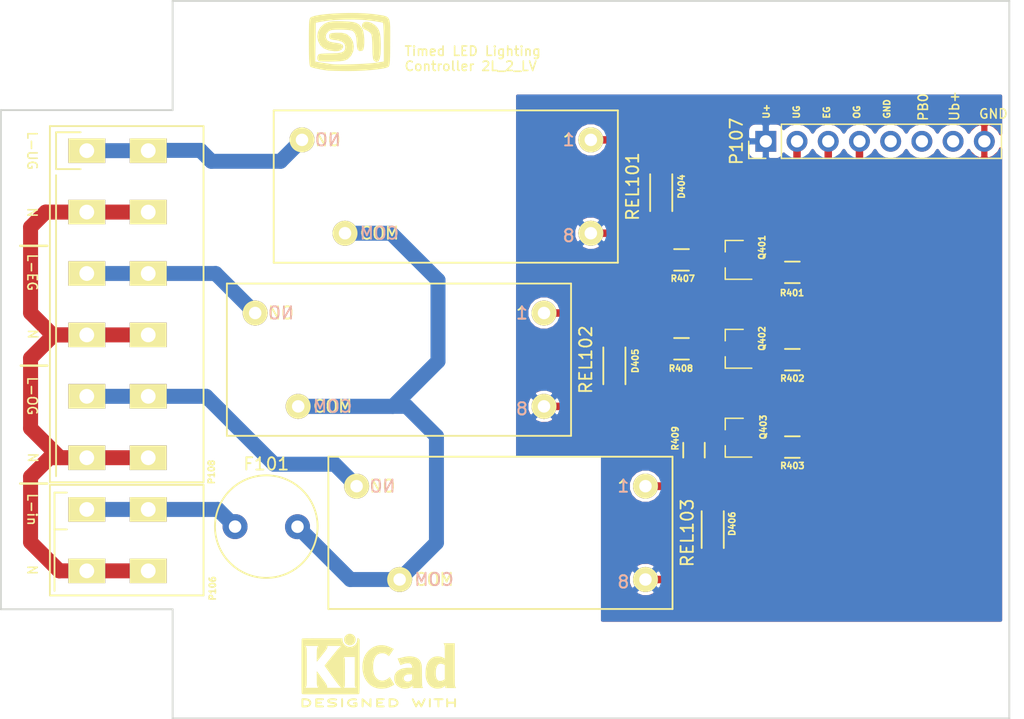
<source format=kicad_pcb>
(kicad_pcb (version 4) (host pcbnew 4.0.2-4+6225~38~ubuntu14.04.1-stable)

  (general
    (links 42)
    (no_connects 0)
    (area 11.304001 32.456 173.659715 192.505001)
    (thickness 1.6)
    (drawings 55)
    (tracks 93)
    (zones 0)
    (modules 23)
    (nets 24)
  )

  (page A4)
  (title_block
    (title "Timed LED Lighting Controller - Master Layout")
    (rev 4L_1)
  )

  (layers
    (0 F.Cu signal)
    (31 B.Cu signal)
    (32 B.Adhes user)
    (33 F.Adhes user)
    (34 B.Paste user)
    (35 F.Paste user)
    (36 B.SilkS user)
    (37 F.SilkS user)
    (38 B.Mask user)
    (39 F.Mask user)
    (40 Dwgs.User user)
    (41 Cmts.User user)
    (42 Eco1.User user hide)
    (43 Eco2.User user)
    (44 Edge.Cuts user)
    (45 Margin user)
    (46 B.CrtYd user)
    (47 F.CrtYd user)
    (48 B.Fab user)
    (49 F.Fab user)
  )

  (setup
    (last_trace_width 0.1524)
    (user_trace_width 0.3048)
    (user_trace_width 0.6096)
    (user_trace_width 1.2192)
    (trace_clearance 0.1524)
    (zone_clearance 0.1524)
    (zone_45_only no)
    (trace_min 0.1524)
    (segment_width 0.2)
    (edge_width 0.15)
    (via_size 0.6858)
    (via_drill 0.3302)
    (via_min_size 0.6858)
    (via_min_drill 0.3302)
    (uvia_size 0.3)
    (uvia_drill 0.1)
    (uvias_allowed no)
    (uvia_min_size 0)
    (uvia_min_drill 0)
    (pcb_text_width 0.3)
    (pcb_text_size 1.5 1.5)
    (mod_edge_width 0.15)
    (mod_text_size 0.508 0.508)
    (mod_text_width 0.127)
    (pad_size 1.524 1.524)
    (pad_drill 0.762)
    (pad_to_mask_clearance 0)
    (pad_to_paste_clearance 0.0254)
    (aux_axis_origin 0 0)
    (visible_elements FFFEEFFF)
    (pcbplotparams
      (layerselection 0x010e8_80000001)
      (usegerberextensions false)
      (excludeedgelayer true)
      (linewidth 0.100000)
      (plotframeref false)
      (viasonmask false)
      (mode 1)
      (useauxorigin false)
      (hpglpennumber 1)
      (hpglpenspeed 20)
      (hpglpendiameter 15)
      (hpglpenoverlay 2)
      (psnegative false)
      (psa4output false)
      (plotreference true)
      (plotvalue false)
      (plotinvisibletext false)
      (padsonsilk false)
      (subtractmaskfromsilk false)
      (outputformat 1)
      (mirror false)
      (drillshape 0)
      (scaleselection 1)
      (outputdirectory gerbers_240v/))
  )

  (net 0 "")
  (net 1 "Net-(D404-Pad2)")
  (net 2 "Net-(D405-Pad2)")
  (net 3 "Net-(D406-Pad2)")
  (net 4 "/LED Driver/Relay_UG")
  (net 5 "/LED Driver/Relay_EG")
  (net 6 "/LED Driver/Relay_OG")
  (net 7 /Lin)
  (net 8 /LineUG)
  (net 9 /LineEG)
  (net 10 /LineOG)
  (net 11 "Net-(Q401-Pad3)")
  (net 12 "Net-(Q402-Pad3)")
  (net 13 "Net-(Q403-Pad3)")
  (net 14 "/LED Driver/LED_DRIVER_U+")
  (net 15 "Net-(Q401-Pad1)")
  (net 16 "Net-(Q402-Pad1)")
  (net 17 "Net-(Q403-Pad1)")
  (net 18 GNDA)
  (net 19 "Net-(F101-Pad2)")
  (net 20 /Neutral)
  (net 21 "Net-(P107-Pad5)")
  (net 22 "Net-(P107-Pad6)")
  (net 23 "Net-(P107-Pad7)")

  (net_class Default "This is the default net class."
    (clearance 0.1524)
    (trace_width 0.1524)
    (via_dia 0.6858)
    (via_drill 0.3302)
    (uvia_dia 0.3)
    (uvia_drill 0.1)
    (add_net "/LED Driver/LED_DRIVER_U+")
    (add_net "/LED Driver/Relay_EG")
    (add_net "/LED Driver/Relay_OG")
    (add_net "/LED Driver/Relay_UG")
    (add_net /Lin)
    (add_net /LineEG)
    (add_net /LineOG)
    (add_net /LineUG)
    (add_net /Neutral)
    (add_net GNDA)
    (add_net "Net-(D404-Pad2)")
    (add_net "Net-(D405-Pad2)")
    (add_net "Net-(D406-Pad2)")
    (add_net "Net-(F101-Pad2)")
    (add_net "Net-(P107-Pad5)")
    (add_net "Net-(P107-Pad6)")
    (add_net "Net-(P107-Pad7)")
    (add_net "Net-(Q401-Pad1)")
    (add_net "Net-(Q401-Pad3)")
    (add_net "Net-(Q402-Pad1)")
    (add_net "Net-(Q402-Pad3)")
    (add_net "Net-(Q403-Pad1)")
    (add_net "Net-(Q403-Pad3)")
  )

  (module Diodes_SMD:SOD-123 (layer F.Cu) (tedit 58599020) (tstamp 5855A12C)
    (at 88.011 67.183 90)
    (descr SOD-123)
    (tags SOD-123)
    (path /585253A2/58525871)
    (attr smd)
    (fp_text reference D404 (at 0 1.651 90) (layer F.SilkS)
      (effects (font (size 0.508 0.508) (thickness 0.127)))
    )
    (fp_text value 1N4148W (at 0 2.1 90) (layer F.Fab)
      (effects (font (size 0.508 0.508) (thickness 0.127)))
    )
    (fp_line (start 0.25 0) (end 0.75 0) (layer F.Fab) (width 0.15))
    (fp_line (start 0.25 0.4) (end -0.35 0) (layer F.Fab) (width 0.15))
    (fp_line (start 0.25 -0.4) (end 0.25 0.4) (layer F.Fab) (width 0.15))
    (fp_line (start -0.35 0) (end 0.25 -0.4) (layer F.Fab) (width 0.15))
    (fp_line (start -0.35 0) (end -0.35 0.55) (layer F.Fab) (width 0.15))
    (fp_line (start -0.35 0) (end -0.35 -0.55) (layer F.Fab) (width 0.15))
    (fp_line (start -0.75 0) (end -0.35 0) (layer F.Fab) (width 0.15))
    (fp_line (start -1.35 0.8) (end -1.35 -0.8) (layer F.Fab) (width 0.15))
    (fp_line (start 1.35 0.8) (end -1.35 0.8) (layer F.Fab) (width 0.15))
    (fp_line (start 1.35 -0.8) (end 1.35 0.8) (layer F.Fab) (width 0.15))
    (fp_line (start -1.35 -0.8) (end 1.35 -0.8) (layer F.Fab) (width 0.15))
    (fp_line (start -2.25 -1.05) (end 2.25 -1.05) (layer F.CrtYd) (width 0.05))
    (fp_line (start 2.25 -1.05) (end 2.25 1.05) (layer F.CrtYd) (width 0.05))
    (fp_line (start 2.25 1.05) (end -2.25 1.05) (layer F.CrtYd) (width 0.05))
    (fp_line (start -2.25 -1.05) (end -2.25 1.05) (layer F.CrtYd) (width 0.05))
    (fp_line (start -2 0.9) (end 1 0.9) (layer F.SilkS) (width 0.15))
    (fp_line (start -2 -0.9) (end 1 -0.9) (layer F.SilkS) (width 0.15))
    (pad 1 smd rect (at -1.635 0 90) (size 0.91 1.22) (layers F.Cu F.Paste F.Mask)
      (net 14 "/LED Driver/LED_DRIVER_U+"))
    (pad 2 smd rect (at 1.635 0 90) (size 0.91 1.22) (layers F.Cu F.Paste F.Mask)
      (net 1 "Net-(D404-Pad2)"))
    (model ${KISYS3DMOD}/Diodes_SMD.3dshapes/SOD-123.wrl
      (at (xyz 0 0 0))
      (scale (xyz 1 1 1))
      (rotate (xyz 0 0 0))
    )
  )

  (module Diodes_SMD:SOD-123 (layer F.Cu) (tedit 586AA307) (tstamp 5855A132)
    (at 84.201 81.28 90)
    (descr SOD-123)
    (tags SOD-123)
    (path /585253A2/58525878)
    (attr smd)
    (fp_text reference D405 (at -0.1016 1.7018 90) (layer F.SilkS)
      (effects (font (size 0.508 0.508) (thickness 0.127)))
    )
    (fp_text value 1N4148W (at 0 2.1 90) (layer F.Fab)
      (effects (font (size 0.508 0.508) (thickness 0.127)))
    )
    (fp_line (start 0.25 0) (end 0.75 0) (layer F.Fab) (width 0.15))
    (fp_line (start 0.25 0.4) (end -0.35 0) (layer F.Fab) (width 0.15))
    (fp_line (start 0.25 -0.4) (end 0.25 0.4) (layer F.Fab) (width 0.15))
    (fp_line (start -0.35 0) (end 0.25 -0.4) (layer F.Fab) (width 0.15))
    (fp_line (start -0.35 0) (end -0.35 0.55) (layer F.Fab) (width 0.15))
    (fp_line (start -0.35 0) (end -0.35 -0.55) (layer F.Fab) (width 0.15))
    (fp_line (start -0.75 0) (end -0.35 0) (layer F.Fab) (width 0.15))
    (fp_line (start -1.35 0.8) (end -1.35 -0.8) (layer F.Fab) (width 0.15))
    (fp_line (start 1.35 0.8) (end -1.35 0.8) (layer F.Fab) (width 0.15))
    (fp_line (start 1.35 -0.8) (end 1.35 0.8) (layer F.Fab) (width 0.15))
    (fp_line (start -1.35 -0.8) (end 1.35 -0.8) (layer F.Fab) (width 0.15))
    (fp_line (start -2.25 -1.05) (end 2.25 -1.05) (layer F.CrtYd) (width 0.05))
    (fp_line (start 2.25 -1.05) (end 2.25 1.05) (layer F.CrtYd) (width 0.05))
    (fp_line (start 2.25 1.05) (end -2.25 1.05) (layer F.CrtYd) (width 0.05))
    (fp_line (start -2.25 -1.05) (end -2.25 1.05) (layer F.CrtYd) (width 0.05))
    (fp_line (start -2 0.9) (end 1 0.9) (layer F.SilkS) (width 0.15))
    (fp_line (start -2 -0.9) (end 1 -0.9) (layer F.SilkS) (width 0.15))
    (pad 1 smd rect (at -1.635 0 90) (size 0.91 1.22) (layers F.Cu F.Paste F.Mask)
      (net 14 "/LED Driver/LED_DRIVER_U+"))
    (pad 2 smd rect (at 1.635 0 90) (size 0.91 1.22) (layers F.Cu F.Paste F.Mask)
      (net 2 "Net-(D405-Pad2)"))
    (model ${KISYS3DMOD}/Diodes_SMD.3dshapes/SOD-123.wrl
      (at (xyz 0 0 0))
      (scale (xyz 1 1 1))
      (rotate (xyz 0 0 0))
    )
  )

  (module Diodes_SMD:SOD-123 (layer F.Cu) (tedit 586AA2F5) (tstamp 5855A138)
    (at 92.202 94.615 90)
    (descr SOD-123)
    (tags SOD-123)
    (path /585253A2/5852587F)
    (attr smd)
    (fp_text reference D406 (at -0.0254 1.5748 90) (layer F.SilkS)
      (effects (font (size 0.508 0.508) (thickness 0.127)))
    )
    (fp_text value 1N4148W (at 0 2.1 90) (layer F.Fab)
      (effects (font (size 0.508 0.508) (thickness 0.127)))
    )
    (fp_line (start 0.25 0) (end 0.75 0) (layer F.Fab) (width 0.15))
    (fp_line (start 0.25 0.4) (end -0.35 0) (layer F.Fab) (width 0.15))
    (fp_line (start 0.25 -0.4) (end 0.25 0.4) (layer F.Fab) (width 0.15))
    (fp_line (start -0.35 0) (end 0.25 -0.4) (layer F.Fab) (width 0.15))
    (fp_line (start -0.35 0) (end -0.35 0.55) (layer F.Fab) (width 0.15))
    (fp_line (start -0.35 0) (end -0.35 -0.55) (layer F.Fab) (width 0.15))
    (fp_line (start -0.75 0) (end -0.35 0) (layer F.Fab) (width 0.15))
    (fp_line (start -1.35 0.8) (end -1.35 -0.8) (layer F.Fab) (width 0.15))
    (fp_line (start 1.35 0.8) (end -1.35 0.8) (layer F.Fab) (width 0.15))
    (fp_line (start 1.35 -0.8) (end 1.35 0.8) (layer F.Fab) (width 0.15))
    (fp_line (start -1.35 -0.8) (end 1.35 -0.8) (layer F.Fab) (width 0.15))
    (fp_line (start -2.25 -1.05) (end 2.25 -1.05) (layer F.CrtYd) (width 0.05))
    (fp_line (start 2.25 -1.05) (end 2.25 1.05) (layer F.CrtYd) (width 0.05))
    (fp_line (start 2.25 1.05) (end -2.25 1.05) (layer F.CrtYd) (width 0.05))
    (fp_line (start -2.25 -1.05) (end -2.25 1.05) (layer F.CrtYd) (width 0.05))
    (fp_line (start -2 0.9) (end 1 0.9) (layer F.SilkS) (width 0.15))
    (fp_line (start -2 -0.9) (end 1 -0.9) (layer F.SilkS) (width 0.15))
    (pad 1 smd rect (at -1.635 0 90) (size 0.91 1.22) (layers F.Cu F.Paste F.Mask)
      (net 14 "/LED Driver/LED_DRIVER_U+"))
    (pad 2 smd rect (at 1.635 0 90) (size 0.91 1.22) (layers F.Cu F.Paste F.Mask)
      (net 3 "Net-(D406-Pad2)"))
    (model ${KISYS3DMOD}/Diodes_SMD.3dshapes/SOD-123.wrl
      (at (xyz 0 0 0))
      (scale (xyz 1 1 1))
      (rotate (xyz 0 0 0))
    )
  )

  (module TO_SOT_Packages_SMD:SOT-23 (layer F.Cu) (tedit 586AA30E) (tstamp 5855A1B6)
    (at 93.98 73.152 180)
    (descr "SOT-23, Standard")
    (tags SOT-23)
    (path /585253A2/5852589F)
    (attr smd)
    (fp_text reference Q401 (at -2.2352 1.016 270) (layer F.SilkS)
      (effects (font (size 0.508 0.508) (thickness 0.127)))
    )
    (fp_text value IRLML2502 (at 0 2.5 180) (layer F.Fab)
      (effects (font (size 0.508 0.508) (thickness 0.127)))
    )
    (fp_line (start 0.76 1.58) (end 0.76 0.65) (layer F.SilkS) (width 0.12))
    (fp_line (start 0.76 -1.58) (end 0.76 -0.65) (layer F.SilkS) (width 0.12))
    (fp_line (start 0.7 -1.52) (end 0.7 1.52) (layer F.Fab) (width 0.15))
    (fp_line (start -0.7 1.52) (end 0.7 1.52) (layer F.Fab) (width 0.15))
    (fp_line (start -1.7 -1.75) (end 1.7 -1.75) (layer F.CrtYd) (width 0.05))
    (fp_line (start 1.7 -1.75) (end 1.7 1.75) (layer F.CrtYd) (width 0.05))
    (fp_line (start 1.7 1.75) (end -1.7 1.75) (layer F.CrtYd) (width 0.05))
    (fp_line (start -1.7 1.75) (end -1.7 -1.75) (layer F.CrtYd) (width 0.05))
    (fp_line (start 0.76 -1.58) (end -1.4 -1.58) (layer F.SilkS) (width 0.12))
    (fp_line (start -0.7 -1.52) (end 0.7 -1.52) (layer F.Fab) (width 0.15))
    (fp_line (start -0.7 -1.52) (end -0.7 1.52) (layer F.Fab) (width 0.15))
    (fp_line (start 0.76 1.58) (end -0.7 1.58) (layer F.SilkS) (width 0.12))
    (pad 1 smd rect (at -1 -0.95 180) (size 0.9 0.8) (layers F.Cu F.Paste F.Mask)
      (net 15 "Net-(Q401-Pad1)"))
    (pad 2 smd rect (at -1 0.95 180) (size 0.9 0.8) (layers F.Cu F.Paste F.Mask)
      (net 18 GNDA))
    (pad 3 smd rect (at 1 0 180) (size 0.9 0.8) (layers F.Cu F.Paste F.Mask)
      (net 11 "Net-(Q401-Pad3)"))
    (model TO_SOT_Packages_SMD.3dshapes/SOT-23.wrl
      (at (xyz 0 0 0))
      (scale (xyz 1 1 1))
      (rotate (xyz 0 0 90))
    )
  )

  (module TO_SOT_Packages_SMD:SOT-23 (layer F.Cu) (tedit 586AA300) (tstamp 5855A1BD)
    (at 93.98 80.391 180)
    (descr "SOT-23, Standard")
    (tags SOT-23)
    (path /585253A2/585258A7)
    (attr smd)
    (fp_text reference Q402 (at -2.2352 0.8382 270) (layer F.SilkS)
      (effects (font (size 0.508 0.508) (thickness 0.127)))
    )
    (fp_text value IRLML2502 (at 0 2.5 180) (layer F.Fab)
      (effects (font (size 0.508 0.508) (thickness 0.127)))
    )
    (fp_line (start 0.76 1.58) (end 0.76 0.65) (layer F.SilkS) (width 0.12))
    (fp_line (start 0.76 -1.58) (end 0.76 -0.65) (layer F.SilkS) (width 0.12))
    (fp_line (start 0.7 -1.52) (end 0.7 1.52) (layer F.Fab) (width 0.15))
    (fp_line (start -0.7 1.52) (end 0.7 1.52) (layer F.Fab) (width 0.15))
    (fp_line (start -1.7 -1.75) (end 1.7 -1.75) (layer F.CrtYd) (width 0.05))
    (fp_line (start 1.7 -1.75) (end 1.7 1.75) (layer F.CrtYd) (width 0.05))
    (fp_line (start 1.7 1.75) (end -1.7 1.75) (layer F.CrtYd) (width 0.05))
    (fp_line (start -1.7 1.75) (end -1.7 -1.75) (layer F.CrtYd) (width 0.05))
    (fp_line (start 0.76 -1.58) (end -1.4 -1.58) (layer F.SilkS) (width 0.12))
    (fp_line (start -0.7 -1.52) (end 0.7 -1.52) (layer F.Fab) (width 0.15))
    (fp_line (start -0.7 -1.52) (end -0.7 1.52) (layer F.Fab) (width 0.15))
    (fp_line (start 0.76 1.58) (end -0.7 1.58) (layer F.SilkS) (width 0.12))
    (pad 1 smd rect (at -1 -0.95 180) (size 0.9 0.8) (layers F.Cu F.Paste F.Mask)
      (net 16 "Net-(Q402-Pad1)"))
    (pad 2 smd rect (at -1 0.95 180) (size 0.9 0.8) (layers F.Cu F.Paste F.Mask)
      (net 18 GNDA))
    (pad 3 smd rect (at 1 0 180) (size 0.9 0.8) (layers F.Cu F.Paste F.Mask)
      (net 12 "Net-(Q402-Pad3)"))
    (model TO_SOT_Packages_SMD.3dshapes/SOT-23.wrl
      (at (xyz 0 0 0))
      (scale (xyz 1 1 1))
      (rotate (xyz 0 0 90))
    )
  )

  (module TO_SOT_Packages_SMD:SOT-23 (layer F.Cu) (tedit 586AA2FC) (tstamp 5855A1C4)
    (at 93.98 87.63 180)
    (descr "SOT-23, Standard")
    (tags SOT-23)
    (path /585253A2/585258AF)
    (attr smd)
    (fp_text reference Q403 (at -2.3368 0.8636 270) (layer F.SilkS)
      (effects (font (size 0.508 0.508) (thickness 0.127)))
    )
    (fp_text value IRLML2502 (at 0 2.5 180) (layer F.Fab)
      (effects (font (size 0.508 0.508) (thickness 0.127)))
    )
    (fp_line (start 0.76 1.58) (end 0.76 0.65) (layer F.SilkS) (width 0.12))
    (fp_line (start 0.76 -1.58) (end 0.76 -0.65) (layer F.SilkS) (width 0.12))
    (fp_line (start 0.7 -1.52) (end 0.7 1.52) (layer F.Fab) (width 0.15))
    (fp_line (start -0.7 1.52) (end 0.7 1.52) (layer F.Fab) (width 0.15))
    (fp_line (start -1.7 -1.75) (end 1.7 -1.75) (layer F.CrtYd) (width 0.05))
    (fp_line (start 1.7 -1.75) (end 1.7 1.75) (layer F.CrtYd) (width 0.05))
    (fp_line (start 1.7 1.75) (end -1.7 1.75) (layer F.CrtYd) (width 0.05))
    (fp_line (start -1.7 1.75) (end -1.7 -1.75) (layer F.CrtYd) (width 0.05))
    (fp_line (start 0.76 -1.58) (end -1.4 -1.58) (layer F.SilkS) (width 0.12))
    (fp_line (start -0.7 -1.52) (end 0.7 -1.52) (layer F.Fab) (width 0.15))
    (fp_line (start -0.7 -1.52) (end -0.7 1.52) (layer F.Fab) (width 0.15))
    (fp_line (start 0.76 1.58) (end -0.7 1.58) (layer F.SilkS) (width 0.12))
    (pad 1 smd rect (at -1 -0.95 180) (size 0.9 0.8) (layers F.Cu F.Paste F.Mask)
      (net 17 "Net-(Q403-Pad1)"))
    (pad 2 smd rect (at -1 0.95 180) (size 0.9 0.8) (layers F.Cu F.Paste F.Mask)
      (net 18 GNDA))
    (pad 3 smd rect (at 1 0 180) (size 0.9 0.8) (layers F.Cu F.Paste F.Mask)
      (net 13 "Net-(Q403-Pad3)"))
    (model TO_SOT_Packages_SMD.3dshapes/SOT-23.wrl
      (at (xyz 0 0 0))
      (scale (xyz 1 1 1))
      (rotate (xyz 0 0 90))
    )
  )

  (module Resistors_SMD:R_0805 (layer F.Cu) (tedit 586AA30A) (tstamp 5855A230)
    (at 98.679 74.168)
    (descr "Resistor SMD 0805, reflow soldering, Vishay (see dcrcw.pdf)")
    (tags "resistor 0805")
    (path /585253A2/58525889)
    (attr smd)
    (fp_text reference R401 (at -0.0254 1.6764) (layer F.SilkS)
      (effects (font (size 0.508 0.508) (thickness 0.127)))
    )
    (fp_text value 10kΩ (at 0 2.1) (layer F.Fab)
      (effects (font (size 0.508 0.508) (thickness 0.127)))
    )
    (fp_line (start -1 0.625) (end -1 -0.625) (layer F.Fab) (width 0.1))
    (fp_line (start 1 0.625) (end -1 0.625) (layer F.Fab) (width 0.1))
    (fp_line (start 1 -0.625) (end 1 0.625) (layer F.Fab) (width 0.1))
    (fp_line (start -1 -0.625) (end 1 -0.625) (layer F.Fab) (width 0.1))
    (fp_line (start -1.6 -1) (end 1.6 -1) (layer F.CrtYd) (width 0.05))
    (fp_line (start -1.6 1) (end 1.6 1) (layer F.CrtYd) (width 0.05))
    (fp_line (start -1.6 -1) (end -1.6 1) (layer F.CrtYd) (width 0.05))
    (fp_line (start 1.6 -1) (end 1.6 1) (layer F.CrtYd) (width 0.05))
    (fp_line (start 0.6 0.875) (end -0.6 0.875) (layer F.SilkS) (width 0.15))
    (fp_line (start -0.6 -0.875) (end 0.6 -0.875) (layer F.SilkS) (width 0.15))
    (pad 1 smd rect (at -0.95 0) (size 0.7 1.3) (layers F.Cu F.Paste F.Mask)
      (net 15 "Net-(Q401-Pad1)"))
    (pad 2 smd rect (at 0.95 0) (size 0.7 1.3) (layers F.Cu F.Paste F.Mask)
      (net 4 "/LED Driver/Relay_UG"))
    (model Resistors_SMD.3dshapes/R_0805.wrl
      (at (xyz 0 0 0))
      (scale (xyz 1 1 1))
      (rotate (xyz 0 0 0))
    )
  )

  (module Resistors_SMD:R_0805 (layer F.Cu) (tedit 58674325) (tstamp 5855A236)
    (at 98.679 81.28)
    (descr "Resistor SMD 0805, reflow soldering, Vishay (see dcrcw.pdf)")
    (tags "resistor 0805")
    (path /585253A2/58525890)
    (attr smd)
    (fp_text reference R402 (at 0 1.524) (layer F.SilkS)
      (effects (font (size 0.508 0.508) (thickness 0.127)))
    )
    (fp_text value 10kΩ (at 0 2.1) (layer F.Fab)
      (effects (font (size 0.508 0.508) (thickness 0.127)))
    )
    (fp_line (start -1 0.625) (end -1 -0.625) (layer F.Fab) (width 0.1))
    (fp_line (start 1 0.625) (end -1 0.625) (layer F.Fab) (width 0.1))
    (fp_line (start 1 -0.625) (end 1 0.625) (layer F.Fab) (width 0.1))
    (fp_line (start -1 -0.625) (end 1 -0.625) (layer F.Fab) (width 0.1))
    (fp_line (start -1.6 -1) (end 1.6 -1) (layer F.CrtYd) (width 0.05))
    (fp_line (start -1.6 1) (end 1.6 1) (layer F.CrtYd) (width 0.05))
    (fp_line (start -1.6 -1) (end -1.6 1) (layer F.CrtYd) (width 0.05))
    (fp_line (start 1.6 -1) (end 1.6 1) (layer F.CrtYd) (width 0.05))
    (fp_line (start 0.6 0.875) (end -0.6 0.875) (layer F.SilkS) (width 0.15))
    (fp_line (start -0.6 -0.875) (end 0.6 -0.875) (layer F.SilkS) (width 0.15))
    (pad 1 smd rect (at -0.95 0) (size 0.7 1.3) (layers F.Cu F.Paste F.Mask)
      (net 16 "Net-(Q402-Pad1)"))
    (pad 2 smd rect (at 0.95 0) (size 0.7 1.3) (layers F.Cu F.Paste F.Mask)
      (net 5 "/LED Driver/Relay_EG"))
    (model Resistors_SMD.3dshapes/R_0805.wrl
      (at (xyz 0 0 0))
      (scale (xyz 1 1 1))
      (rotate (xyz 0 0 0))
    )
  )

  (module Resistors_SMD:R_0805 (layer F.Cu) (tedit 58674321) (tstamp 5855A23C)
    (at 98.679 88.392)
    (descr "Resistor SMD 0805, reflow soldering, Vishay (see dcrcw.pdf)")
    (tags "resistor 0805")
    (path /585253A2/58525897)
    (attr smd)
    (fp_text reference R403 (at 0 1.524) (layer F.SilkS)
      (effects (font (size 0.508 0.508) (thickness 0.127)))
    )
    (fp_text value 10kΩ (at 0 2.1) (layer F.Fab)
      (effects (font (size 0.508 0.508) (thickness 0.127)))
    )
    (fp_line (start -1 0.625) (end -1 -0.625) (layer F.Fab) (width 0.1))
    (fp_line (start 1 0.625) (end -1 0.625) (layer F.Fab) (width 0.1))
    (fp_line (start 1 -0.625) (end 1 0.625) (layer F.Fab) (width 0.1))
    (fp_line (start -1 -0.625) (end 1 -0.625) (layer F.Fab) (width 0.1))
    (fp_line (start -1.6 -1) (end 1.6 -1) (layer F.CrtYd) (width 0.05))
    (fp_line (start -1.6 1) (end 1.6 1) (layer F.CrtYd) (width 0.05))
    (fp_line (start -1.6 -1) (end -1.6 1) (layer F.CrtYd) (width 0.05))
    (fp_line (start 1.6 -1) (end 1.6 1) (layer F.CrtYd) (width 0.05))
    (fp_line (start 0.6 0.875) (end -0.6 0.875) (layer F.SilkS) (width 0.15))
    (fp_line (start -0.6 -0.875) (end 0.6 -0.875) (layer F.SilkS) (width 0.15))
    (pad 1 smd rect (at -0.95 0) (size 0.7 1.3) (layers F.Cu F.Paste F.Mask)
      (net 17 "Net-(Q403-Pad1)"))
    (pad 2 smd rect (at 0.95 0) (size 0.7 1.3) (layers F.Cu F.Paste F.Mask)
      (net 6 "/LED Driver/Relay_OG"))
    (model Resistors_SMD.3dshapes/R_0805.wrl
      (at (xyz 0 0 0))
      (scale (xyz 1 1 1))
      (rotate (xyz 0 0 0))
    )
  )

  (module Resistors_SMD:R_0805 (layer F.Cu) (tedit 586AA311) (tstamp 5855A254)
    (at 89.662 73.152)
    (descr "Resistor SMD 0805, reflow soldering, Vishay (see dcrcw.pdf)")
    (tags "resistor 0805")
    (path /585253A2/5852702F)
    (attr smd)
    (fp_text reference R407 (at 0.1016 1.524) (layer F.SilkS)
      (effects (font (size 0.508 0.508) (thickness 0.127)))
    )
    (fp_text value 10kΩ (at 0 2.1) (layer F.Fab)
      (effects (font (size 0.508 0.508) (thickness 0.127)))
    )
    (fp_line (start -1 0.625) (end -1 -0.625) (layer F.Fab) (width 0.1))
    (fp_line (start 1 0.625) (end -1 0.625) (layer F.Fab) (width 0.1))
    (fp_line (start 1 -0.625) (end 1 0.625) (layer F.Fab) (width 0.1))
    (fp_line (start -1 -0.625) (end 1 -0.625) (layer F.Fab) (width 0.1))
    (fp_line (start -1.6 -1) (end 1.6 -1) (layer F.CrtYd) (width 0.05))
    (fp_line (start -1.6 1) (end 1.6 1) (layer F.CrtYd) (width 0.05))
    (fp_line (start -1.6 -1) (end -1.6 1) (layer F.CrtYd) (width 0.05))
    (fp_line (start 1.6 -1) (end 1.6 1) (layer F.CrtYd) (width 0.05))
    (fp_line (start 0.6 0.875) (end -0.6 0.875) (layer F.SilkS) (width 0.15))
    (fp_line (start -0.6 -0.875) (end 0.6 -0.875) (layer F.SilkS) (width 0.15))
    (pad 1 smd rect (at -0.95 0) (size 0.7 1.3) (layers F.Cu F.Paste F.Mask)
      (net 1 "Net-(D404-Pad2)"))
    (pad 2 smd rect (at 0.95 0) (size 0.7 1.3) (layers F.Cu F.Paste F.Mask)
      (net 11 "Net-(Q401-Pad3)"))
    (model Resistors_SMD.3dshapes/R_0805.wrl
      (at (xyz 0 0 0))
      (scale (xyz 1 1 1))
      (rotate (xyz 0 0 0))
    )
  )

  (module Resistors_SMD:R_0805 (layer F.Cu) (tedit 586AA304) (tstamp 5855A25A)
    (at 89.662 80.391)
    (descr "Resistor SMD 0805, reflow soldering, Vishay (see dcrcw.pdf)")
    (tags "resistor 0805")
    (path /585253A2/585271D4)
    (attr smd)
    (fp_text reference R408 (at -0.0508 1.6002) (layer F.SilkS)
      (effects (font (size 0.508 0.508) (thickness 0.127)))
    )
    (fp_text value 10kΩ (at 0 2.1) (layer F.Fab)
      (effects (font (size 0.508 0.508) (thickness 0.127)))
    )
    (fp_line (start -1 0.625) (end -1 -0.625) (layer F.Fab) (width 0.1))
    (fp_line (start 1 0.625) (end -1 0.625) (layer F.Fab) (width 0.1))
    (fp_line (start 1 -0.625) (end 1 0.625) (layer F.Fab) (width 0.1))
    (fp_line (start -1 -0.625) (end 1 -0.625) (layer F.Fab) (width 0.1))
    (fp_line (start -1.6 -1) (end 1.6 -1) (layer F.CrtYd) (width 0.05))
    (fp_line (start -1.6 1) (end 1.6 1) (layer F.CrtYd) (width 0.05))
    (fp_line (start -1.6 -1) (end -1.6 1) (layer F.CrtYd) (width 0.05))
    (fp_line (start 1.6 -1) (end 1.6 1) (layer F.CrtYd) (width 0.05))
    (fp_line (start 0.6 0.875) (end -0.6 0.875) (layer F.SilkS) (width 0.15))
    (fp_line (start -0.6 -0.875) (end 0.6 -0.875) (layer F.SilkS) (width 0.15))
    (pad 1 smd rect (at -0.95 0) (size 0.7 1.3) (layers F.Cu F.Paste F.Mask)
      (net 2 "Net-(D405-Pad2)"))
    (pad 2 smd rect (at 0.95 0) (size 0.7 1.3) (layers F.Cu F.Paste F.Mask)
      (net 12 "Net-(Q402-Pad3)"))
    (model Resistors_SMD.3dshapes/R_0805.wrl
      (at (xyz 0 0 0))
      (scale (xyz 1 1 1))
      (rotate (xyz 0 0 0))
    )
  )

  (module Resistors_SMD:R_0805 (layer F.Cu) (tedit 586AA2F9) (tstamp 5855A260)
    (at 90.678 88.646 90)
    (descr "Resistor SMD 0805, reflow soldering, Vishay (see dcrcw.pdf)")
    (tags "resistor 0805")
    (path /585253A2/58527308)
    (attr smd)
    (fp_text reference R409 (at 0.9652 -1.524 90) (layer F.SilkS)
      (effects (font (size 0.508 0.508) (thickness 0.127)))
    )
    (fp_text value 10kΩ (at 0 2.1 90) (layer F.Fab)
      (effects (font (size 0.508 0.508) (thickness 0.127)))
    )
    (fp_line (start -1 0.625) (end -1 -0.625) (layer F.Fab) (width 0.1))
    (fp_line (start 1 0.625) (end -1 0.625) (layer F.Fab) (width 0.1))
    (fp_line (start 1 -0.625) (end 1 0.625) (layer F.Fab) (width 0.1))
    (fp_line (start -1 -0.625) (end 1 -0.625) (layer F.Fab) (width 0.1))
    (fp_line (start -1.6 -1) (end 1.6 -1) (layer F.CrtYd) (width 0.05))
    (fp_line (start -1.6 1) (end 1.6 1) (layer F.CrtYd) (width 0.05))
    (fp_line (start -1.6 -1) (end -1.6 1) (layer F.CrtYd) (width 0.05))
    (fp_line (start 1.6 -1) (end 1.6 1) (layer F.CrtYd) (width 0.05))
    (fp_line (start 0.6 0.875) (end -0.6 0.875) (layer F.SilkS) (width 0.15))
    (fp_line (start -0.6 -0.875) (end 0.6 -0.875) (layer F.SilkS) (width 0.15))
    (pad 1 smd rect (at -0.95 0 90) (size 0.7 1.3) (layers F.Cu F.Paste F.Mask)
      (net 3 "Net-(D406-Pad2)"))
    (pad 2 smd rect (at 0.95 0 90) (size 0.7 1.3) (layers F.Cu F.Paste F.Mask)
      (net 13 "Net-(Q403-Pad3)"))
    (model Resistors_SMD.3dshapes/R_0805.wrl
      (at (xyz 0 0 0))
      (scale (xyz 1 1 1))
      (rotate (xyz 0 0 0))
    )
  )

  (module Symbols:KiCad-Logo2_6mm_SilkScreen (layer F.Cu) (tedit 0) (tstamp 58598C0E)
    (at 65.024 106.5784)
    (descr "KiCad Logo")
    (tags "Logo KiCad")
    (attr virtual)
    (fp_text reference REF*** (at 0 0) (layer F.SilkS) hide
      (effects (font (size 0.508 0.508) (thickness 0.127)))
    )
    (fp_text value KiCad-Logo2_6mm_SilkScreen (at 0.75 0) (layer F.Fab) hide
      (effects (font (size 0.508 0.508) (thickness 0.127)))
    )
    (fp_poly (pts (xy -6.121371 2.269066) (xy -6.081889 2.269467) (xy -5.9662 2.272259) (xy -5.869311 2.28055)
      (xy -5.787919 2.295232) (xy -5.718723 2.317193) (xy -5.65842 2.347322) (xy -5.603708 2.38651)
      (xy -5.584167 2.403532) (xy -5.55175 2.443363) (xy -5.52252 2.497413) (xy -5.499991 2.557323)
      (xy -5.487679 2.614739) (xy -5.4864 2.635956) (xy -5.494417 2.694769) (xy -5.515899 2.759013)
      (xy -5.546999 2.819821) (xy -5.583866 2.86833) (xy -5.589854 2.874182) (xy -5.640579 2.915321)
      (xy -5.696125 2.947435) (xy -5.759696 2.971365) (xy -5.834494 2.987953) (xy -5.923722 2.998041)
      (xy -6.030582 3.002469) (xy -6.079528 3.002845) (xy -6.141762 3.002545) (xy -6.185528 3.001292)
      (xy -6.214931 2.998554) (xy -6.234079 2.993801) (xy -6.247077 2.986501) (xy -6.254045 2.980267)
      (xy -6.260626 2.972694) (xy -6.265788 2.962924) (xy -6.269703 2.94834) (xy -6.272543 2.926326)
      (xy -6.27448 2.894264) (xy -6.275684 2.849536) (xy -6.276328 2.789526) (xy -6.276583 2.711617)
      (xy -6.276622 2.635956) (xy -6.27687 2.535041) (xy -6.276817 2.454427) (xy -6.275857 2.415822)
      (xy -6.129867 2.415822) (xy -6.129867 2.856089) (xy -6.036734 2.856004) (xy -5.980693 2.854396)
      (xy -5.921999 2.850256) (xy -5.873028 2.844464) (xy -5.871538 2.844226) (xy -5.792392 2.82509)
      (xy -5.731002 2.795287) (xy -5.684305 2.752878) (xy -5.654635 2.706961) (xy -5.636353 2.656026)
      (xy -5.637771 2.6082) (xy -5.658988 2.556933) (xy -5.700489 2.503899) (xy -5.757998 2.4646)
      (xy -5.83275 2.438331) (xy -5.882708 2.429035) (xy -5.939416 2.422507) (xy -5.999519 2.417782)
      (xy -6.050639 2.415817) (xy -6.053667 2.415808) (xy -6.129867 2.415822) (xy -6.275857 2.415822)
      (xy -6.27526 2.391851) (xy -6.270998 2.345055) (xy -6.26283 2.311778) (xy -6.249556 2.289759)
      (xy -6.229974 2.276739) (xy -6.202883 2.270457) (xy -6.167082 2.268653) (xy -6.121371 2.269066)) (layer F.SilkS) (width 0.01))
    (fp_poly (pts (xy -4.712794 2.269146) (xy -4.643386 2.269518) (xy -4.590997 2.270385) (xy -4.552847 2.271946)
      (xy -4.526159 2.274403) (xy -4.508153 2.277957) (xy -4.496049 2.28281) (xy -4.487069 2.289161)
      (xy -4.483818 2.292084) (xy -4.464043 2.323142) (xy -4.460482 2.358828) (xy -4.473491 2.39051)
      (xy -4.479506 2.396913) (xy -4.489235 2.403121) (xy -4.504901 2.40791) (xy -4.529408 2.411514)
      (xy -4.565661 2.414164) (xy -4.616565 2.416095) (xy -4.685026 2.417539) (xy -4.747617 2.418418)
      (xy -4.995334 2.421467) (xy -4.998719 2.486378) (xy -5.002105 2.551289) (xy -4.833958 2.551289)
      (xy -4.760959 2.551919) (xy -4.707517 2.554553) (xy -4.670628 2.560309) (xy -4.647288 2.570304)
      (xy -4.634494 2.585656) (xy -4.629242 2.607482) (xy -4.628445 2.627738) (xy -4.630923 2.652592)
      (xy -4.640277 2.670906) (xy -4.659383 2.683637) (xy -4.691118 2.691741) (xy -4.738359 2.696176)
      (xy -4.803983 2.697899) (xy -4.839801 2.698045) (xy -5.000978 2.698045) (xy -5.000978 2.856089)
      (xy -4.752622 2.856089) (xy -4.671213 2.856202) (xy -4.609342 2.856712) (xy -4.563968 2.85787)
      (xy -4.532054 2.85993) (xy -4.510559 2.863146) (xy -4.496443 2.867772) (xy -4.486668 2.874059)
      (xy -4.481689 2.878667) (xy -4.46461 2.90556) (xy -4.459111 2.929467) (xy -4.466963 2.958667)
      (xy -4.481689 2.980267) (xy -4.489546 2.987066) (xy -4.499688 2.992346) (xy -4.514844 2.996298)
      (xy -4.537741 2.999113) (xy -4.571109 3.000982) (xy -4.617675 3.002098) (xy -4.680167 3.002651)
      (xy -4.761314 3.002833) (xy -4.803422 3.002845) (xy -4.893598 3.002765) (xy -4.963924 3.002398)
      (xy -5.017129 3.001552) (xy -5.05594 3.000036) (xy -5.083087 2.997659) (xy -5.101298 2.994229)
      (xy -5.1133 2.989554) (xy -5.121822 2.983444) (xy -5.125156 2.980267) (xy -5.131755 2.97267)
      (xy -5.136927 2.96287) (xy -5.140846 2.948239) (xy -5.143684 2.926152) (xy -5.145615 2.893982)
      (xy -5.146812 2.849103) (xy -5.147448 2.788889) (xy -5.147697 2.710713) (xy -5.147734 2.637923)
      (xy -5.1477 2.544707) (xy -5.147465 2.471431) (xy -5.14683 2.415458) (xy -5.145594 2.374151)
      (xy -5.143556 2.344872) (xy -5.140517 2.324984) (xy -5.136277 2.31185) (xy -5.130635 2.302832)
      (xy -5.123391 2.295293) (xy -5.121606 2.293612) (xy -5.112945 2.286172) (xy -5.102882 2.280409)
      (xy -5.088625 2.276112) (xy -5.067383 2.273064) (xy -5.036364 2.271051) (xy -4.992777 2.26986)
      (xy -4.933831 2.269275) (xy -4.856734 2.269083) (xy -4.802001 2.269067) (xy -4.712794 2.269146)) (layer F.SilkS) (width 0.01))
    (fp_poly (pts (xy -3.691703 2.270351) (xy -3.616888 2.275581) (xy -3.547306 2.28375) (xy -3.487002 2.29455)
      (xy -3.44002 2.307673) (xy -3.410406 2.322813) (xy -3.40586 2.327269) (xy -3.390054 2.36185)
      (xy -3.394847 2.397351) (xy -3.419364 2.427725) (xy -3.420534 2.428596) (xy -3.434954 2.437954)
      (xy -3.450008 2.442876) (xy -3.471005 2.443473) (xy -3.503257 2.439861) (xy -3.552073 2.432154)
      (xy -3.556 2.431505) (xy -3.628739 2.422569) (xy -3.707217 2.418161) (xy -3.785927 2.418119)
      (xy -3.859361 2.422279) (xy -3.922011 2.430479) (xy -3.96837 2.442557) (xy -3.971416 2.443771)
      (xy -4.005048 2.462615) (xy -4.016864 2.481685) (xy -4.007614 2.500439) (xy -3.978047 2.518337)
      (xy -3.928911 2.534837) (xy -3.860957 2.549396) (xy -3.815645 2.556406) (xy -3.721456 2.569889)
      (xy -3.646544 2.582214) (xy -3.587717 2.594449) (xy -3.541785 2.607661) (xy -3.505555 2.622917)
      (xy -3.475838 2.641285) (xy -3.449442 2.663831) (xy -3.42823 2.685971) (xy -3.403065 2.716819)
      (xy -3.390681 2.743345) (xy -3.386808 2.776026) (xy -3.386667 2.787995) (xy -3.389576 2.827712)
      (xy -3.401202 2.857259) (xy -3.421323 2.883486) (xy -3.462216 2.923576) (xy -3.507817 2.954149)
      (xy -3.561513 2.976203) (xy -3.626692 2.990735) (xy -3.706744 2.998741) (xy -3.805057 3.001218)
      (xy -3.821289 3.001177) (xy -3.886849 2.999818) (xy -3.951866 2.99673) (xy -4.009252 2.992356)
      (xy -4.051922 2.98714) (xy -4.055372 2.986541) (xy -4.097796 2.976491) (xy -4.13378 2.963796)
      (xy -4.15415 2.95219) (xy -4.173107 2.921572) (xy -4.174427 2.885918) (xy -4.158085 2.854144)
      (xy -4.154429 2.850551) (xy -4.139315 2.839876) (xy -4.120415 2.835276) (xy -4.091162 2.836059)
      (xy -4.055651 2.840127) (xy -4.01597 2.843762) (xy -3.960345 2.846828) (xy -3.895406 2.849053)
      (xy -3.827785 2.850164) (xy -3.81 2.850237) (xy -3.742128 2.849964) (xy -3.692454 2.848646)
      (xy -3.65661 2.845827) (xy -3.630224 2.84105) (xy -3.608926 2.833857) (xy -3.596126 2.827867)
      (xy -3.568 2.811233) (xy -3.550068 2.796168) (xy -3.547447 2.791897) (xy -3.552976 2.774263)
      (xy -3.57926 2.757192) (xy -3.624478 2.741458) (xy -3.686808 2.727838) (xy -3.705171 2.724804)
      (xy -3.80109 2.709738) (xy -3.877641 2.697146) (xy -3.93778 2.686111) (xy -3.98446 2.67572)
      (xy -4.020637 2.665056) (xy -4.049265 2.653205) (xy -4.073298 2.639251) (xy -4.095692 2.622281)
      (xy -4.119402 2.601378) (xy -4.12738 2.594049) (xy -4.155353 2.566699) (xy -4.17016 2.545029)
      (xy -4.175952 2.520232) (xy -4.176889 2.488983) (xy -4.166575 2.427705) (xy -4.135752 2.37564)
      (xy -4.084595 2.332958) (xy -4.013283 2.299825) (xy -3.9624 2.284964) (xy -3.9071 2.275366)
      (xy -3.840853 2.269936) (xy -3.767706 2.268367) (xy -3.691703 2.270351)) (layer F.SilkS) (width 0.01))
    (fp_poly (pts (xy -2.923822 2.291645) (xy -2.917242 2.299218) (xy -2.912079 2.308987) (xy -2.908164 2.323571)
      (xy -2.905324 2.345585) (xy -2.903387 2.377648) (xy -2.902183 2.422375) (xy -2.901539 2.482385)
      (xy -2.901284 2.560294) (xy -2.901245 2.635956) (xy -2.901314 2.729802) (xy -2.901638 2.803689)
      (xy -2.902386 2.860232) (xy -2.903732 2.902049) (xy -2.905846 2.931757) (xy -2.9089 2.951973)
      (xy -2.913066 2.965314) (xy -2.918516 2.974398) (xy -2.923822 2.980267) (xy -2.956826 2.999947)
      (xy -2.991991 2.998181) (xy -3.023455 2.976717) (xy -3.030684 2.968337) (xy -3.036334 2.958614)
      (xy -3.040599 2.944861) (xy -3.043673 2.924389) (xy -3.045752 2.894512) (xy -3.04703 2.852541)
      (xy -3.047701 2.795789) (xy -3.047959 2.721567) (xy -3.048 2.637537) (xy -3.048 2.324485)
      (xy -3.020291 2.296776) (xy -2.986137 2.273463) (xy -2.953006 2.272623) (xy -2.923822 2.291645)) (layer F.SilkS) (width 0.01))
    (fp_poly (pts (xy -1.950081 2.274599) (xy -1.881565 2.286095) (xy -1.828943 2.303967) (xy -1.794708 2.327499)
      (xy -1.785379 2.340924) (xy -1.775893 2.372148) (xy -1.782277 2.400395) (xy -1.80243 2.427182)
      (xy -1.833745 2.439713) (xy -1.879183 2.438696) (xy -1.914326 2.431906) (xy -1.992419 2.418971)
      (xy -2.072226 2.417742) (xy -2.161555 2.428241) (xy -2.186229 2.43269) (xy -2.269291 2.456108)
      (xy -2.334273 2.490945) (xy -2.380461 2.536604) (xy -2.407145 2.592494) (xy -2.412663 2.621388)
      (xy -2.409051 2.680012) (xy -2.385729 2.731879) (xy -2.344824 2.775978) (xy -2.288459 2.811299)
      (xy -2.21876 2.836829) (xy -2.137852 2.851559) (xy -2.04786 2.854478) (xy -1.95091 2.844575)
      (xy -1.945436 2.843641) (xy -1.906875 2.836459) (xy -1.885494 2.829521) (xy -1.876227 2.819227)
      (xy -1.874006 2.801976) (xy -1.873956 2.792841) (xy -1.873956 2.754489) (xy -1.942431 2.754489)
      (xy -2.0029 2.750347) (xy -2.044165 2.737147) (xy -2.068175 2.71373) (xy -2.076877 2.678936)
      (xy -2.076983 2.674394) (xy -2.071892 2.644654) (xy -2.054433 2.623419) (xy -2.021939 2.609366)
      (xy -1.971743 2.601173) (xy -1.923123 2.598161) (xy -1.852456 2.596433) (xy -1.801198 2.59907)
      (xy -1.766239 2.6088) (xy -1.74447 2.628353) (xy -1.73278 2.660456) (xy -1.72806 2.707838)
      (xy -1.7272 2.770071) (xy -1.728609 2.839535) (xy -1.732848 2.886786) (xy -1.739936 2.912012)
      (xy -1.741311 2.913988) (xy -1.780228 2.945508) (xy -1.837286 2.97047) (xy -1.908869 2.98834)
      (xy -1.991358 2.998586) (xy -2.081139 3.000673) (xy -2.174592 2.994068) (xy -2.229556 2.985956)
      (xy -2.315766 2.961554) (xy -2.395892 2.921662) (xy -2.462977 2.869887) (xy -2.473173 2.859539)
      (xy -2.506302 2.816035) (xy -2.536194 2.762118) (xy -2.559357 2.705592) (xy -2.572298 2.654259)
      (xy -2.573858 2.634544) (xy -2.567218 2.593419) (xy -2.549568 2.542252) (xy -2.524297 2.488394)
      (xy -2.494789 2.439195) (xy -2.468719 2.406334) (xy -2.407765 2.357452) (xy -2.328969 2.318545)
      (xy -2.235157 2.290494) (xy -2.12915 2.274179) (xy -2.032 2.270192) (xy -1.950081 2.274599)) (layer F.SilkS) (width 0.01))
    (fp_poly (pts (xy -1.300114 2.273448) (xy -1.276548 2.287273) (xy -1.245735 2.309881) (xy -1.206078 2.342338)
      (xy -1.15598 2.385708) (xy -1.093843 2.441058) (xy -1.018072 2.509451) (xy -0.931334 2.588084)
      (xy -0.750711 2.751878) (xy -0.745067 2.532029) (xy -0.743029 2.456351) (xy -0.741063 2.399994)
      (xy -0.738734 2.359706) (xy -0.735606 2.332235) (xy -0.731245 2.314329) (xy -0.725216 2.302737)
      (xy -0.717084 2.294208) (xy -0.712772 2.290623) (xy -0.678241 2.27167) (xy -0.645383 2.274441)
      (xy -0.619318 2.290633) (xy -0.592667 2.312199) (xy -0.589352 2.627151) (xy -0.588435 2.719779)
      (xy -0.587968 2.792544) (xy -0.588113 2.848161) (xy -0.589032 2.889342) (xy -0.590887 2.918803)
      (xy -0.593839 2.939255) (xy -0.59805 2.953413) (xy -0.603682 2.963991) (xy -0.609927 2.972474)
      (xy -0.623439 2.988207) (xy -0.636883 2.998636) (xy -0.652124 3.002639) (xy -0.671026 2.999094)
      (xy -0.695455 2.986879) (xy -0.727273 2.964871) (xy -0.768348 2.931949) (xy -0.820542 2.886991)
      (xy -0.885722 2.828875) (xy -0.959556 2.762099) (xy -1.224845 2.521458) (xy -1.230489 2.740589)
      (xy -1.232531 2.816128) (xy -1.234502 2.872354) (xy -1.236839 2.912524) (xy -1.239981 2.939896)
      (xy -1.244364 2.957728) (xy -1.250424 2.969279) (xy -1.2586 2.977807) (xy -1.262784 2.981282)
      (xy -1.299765 3.000372) (xy -1.334708 2.997493) (xy -1.365136 2.9731) (xy -1.372097 2.963286)
      (xy -1.377523 2.951826) (xy -1.381603 2.935968) (xy -1.384529 2.912963) (xy -1.386492 2.880062)
      (xy -1.387683 2.834516) (xy -1.388292 2.773573) (xy -1.388511 2.694486) (xy -1.388534 2.635956)
      (xy -1.38846 2.544407) (xy -1.388113 2.472687) (xy -1.387301 2.418045) (xy -1.385833 2.377732)
      (xy -1.383519 2.348998) (xy -1.380167 2.329093) (xy -1.375588 2.315268) (xy -1.369589 2.304772)
      (xy -1.365136 2.298811) (xy -1.35385 2.284691) (xy -1.343301 2.274029) (xy -1.331893 2.267892)
      (xy -1.31803 2.267343) (xy -1.300114 2.273448)) (layer F.SilkS) (width 0.01))
    (fp_poly (pts (xy 0.230343 2.26926) (xy 0.306701 2.270174) (xy 0.365217 2.272311) (xy 0.408255 2.276175)
      (xy 0.438183 2.282267) (xy 0.457368 2.29109) (xy 0.468176 2.303146) (xy 0.472973 2.318939)
      (xy 0.474127 2.33897) (xy 0.474133 2.341335) (xy 0.473131 2.363992) (xy 0.468396 2.381503)
      (xy 0.457333 2.394574) (xy 0.437348 2.403913) (xy 0.405846 2.410227) (xy 0.360232 2.414222)
      (xy 0.297913 2.416606) (xy 0.216293 2.418086) (xy 0.191277 2.418414) (xy -0.0508 2.421467)
      (xy -0.054186 2.486378) (xy -0.057571 2.551289) (xy 0.110576 2.551289) (xy 0.176266 2.551531)
      (xy 0.223172 2.552556) (xy 0.255083 2.554811) (xy 0.275791 2.558742) (xy 0.289084 2.564798)
      (xy 0.298755 2.573424) (xy 0.298817 2.573493) (xy 0.316356 2.607112) (xy 0.315722 2.643448)
      (xy 0.297314 2.674423) (xy 0.293671 2.677607) (xy 0.280741 2.685812) (xy 0.263024 2.691521)
      (xy 0.23657 2.695162) (xy 0.197432 2.697167) (xy 0.141662 2.697964) (xy 0.105994 2.698045)
      (xy -0.056445 2.698045) (xy -0.056445 2.856089) (xy 0.190161 2.856089) (xy 0.27158 2.856231)
      (xy 0.33341 2.856814) (xy 0.378637 2.858068) (xy 0.410248 2.860227) (xy 0.431231 2.863523)
      (xy 0.444573 2.868189) (xy 0.453261 2.874457) (xy 0.45545 2.876733) (xy 0.471614 2.90828)
      (xy 0.472797 2.944168) (xy 0.459536 2.975285) (xy 0.449043 2.985271) (xy 0.438129 2.990769)
      (xy 0.421217 2.995022) (xy 0.395633 2.99818) (xy 0.358701 3.000392) (xy 0.307746 3.001806)
      (xy 0.240094 3.002572) (xy 0.153069 3.002838) (xy 0.133394 3.002845) (xy 0.044911 3.002787)
      (xy -0.023773 3.002467) (xy -0.075436 3.001667) (xy -0.112855 3.000167) (xy -0.13881 2.997749)
      (xy -0.156078 2.994194) (xy -0.167438 2.989282) (xy -0.175668 2.982795) (xy -0.180183 2.978138)
      (xy -0.186979 2.969889) (xy -0.192288 2.959669) (xy -0.196294 2.9448) (xy -0.199179 2.922602)
      (xy -0.201126 2.890393) (xy -0.202319 2.845496) (xy -0.202939 2.785228) (xy -0.203171 2.706911)
      (xy -0.2032 2.640994) (xy -0.203129 2.548628) (xy -0.202792 2.476117) (xy -0.202002 2.420737)
      (xy -0.200574 2.379765) (xy -0.198321 2.350478) (xy -0.195057 2.330153) (xy -0.190596 2.316066)
      (xy -0.184752 2.305495) (xy -0.179803 2.298811) (xy -0.156406 2.269067) (xy 0.133774 2.269067)
      (xy 0.230343 2.26926)) (layer F.SilkS) (width 0.01))
    (fp_poly (pts (xy 1.018309 2.269275) (xy 1.147288 2.273636) (xy 1.256991 2.286861) (xy 1.349226 2.309741)
      (xy 1.425802 2.34307) (xy 1.488527 2.387638) (xy 1.539212 2.444236) (xy 1.579663 2.513658)
      (xy 1.580459 2.515351) (xy 1.604601 2.577483) (xy 1.613203 2.632509) (xy 1.606231 2.687887)
      (xy 1.583654 2.751073) (xy 1.579372 2.760689) (xy 1.550172 2.816966) (xy 1.517356 2.860451)
      (xy 1.475002 2.897417) (xy 1.41719 2.934135) (xy 1.413831 2.936052) (xy 1.363504 2.960227)
      (xy 1.306621 2.978282) (xy 1.239527 2.990839) (xy 1.158565 2.998522) (xy 1.060082 3.001953)
      (xy 1.025286 3.002251) (xy 0.859594 3.002845) (xy 0.836197 2.9731) (xy 0.829257 2.963319)
      (xy 0.823842 2.951897) (xy 0.819765 2.936095) (xy 0.816837 2.913175) (xy 0.814867 2.880396)
      (xy 0.814225 2.856089) (xy 0.970844 2.856089) (xy 1.064726 2.856089) (xy 1.119664 2.854483)
      (xy 1.17606 2.850255) (xy 1.222345 2.844292) (xy 1.225139 2.84379) (xy 1.307348 2.821736)
      (xy 1.371114 2.7886) (xy 1.418452 2.742847) (xy 1.451382 2.682939) (xy 1.457108 2.667061)
      (xy 1.462721 2.642333) (xy 1.460291 2.617902) (xy 1.448467 2.5854) (xy 1.44134 2.569434)
      (xy 1.418 2.527006) (xy 1.38988 2.49724) (xy 1.35894 2.476511) (xy 1.296966 2.449537)
      (xy 1.217651 2.429998) (xy 1.125253 2.418746) (xy 1.058333 2.41627) (xy 0.970844 2.415822)
      (xy 0.970844 2.856089) (xy 0.814225 2.856089) (xy 0.813668 2.835021) (xy 0.81305 2.774311)
      (xy 0.812825 2.695526) (xy 0.8128 2.63392) (xy 0.8128 2.324485) (xy 0.840509 2.296776)
      (xy 0.852806 2.285544) (xy 0.866103 2.277853) (xy 0.884672 2.27304) (xy 0.912786 2.270446)
      (xy 0.954717 2.26941) (xy 1.014737 2.26927) (xy 1.018309 2.269275)) (layer F.SilkS) (width 0.01))
    (fp_poly (pts (xy 3.744665 2.271034) (xy 3.764255 2.278035) (xy 3.76501 2.278377) (xy 3.791613 2.298678)
      (xy 3.80627 2.319561) (xy 3.809138 2.329352) (xy 3.808996 2.342361) (xy 3.804961 2.360895)
      (xy 3.796146 2.387257) (xy 3.781669 2.423752) (xy 3.760645 2.472687) (xy 3.732188 2.536365)
      (xy 3.695415 2.617093) (xy 3.675175 2.661216) (xy 3.638625 2.739985) (xy 3.604315 2.812423)
      (xy 3.573552 2.87588) (xy 3.547648 2.927708) (xy 3.52791 2.965259) (xy 3.51565 2.985884)
      (xy 3.513224 2.988733) (xy 3.482183 3.001302) (xy 3.447121 2.999619) (xy 3.419 2.984332)
      (xy 3.417854 2.983089) (xy 3.406668 2.966154) (xy 3.387904 2.93317) (xy 3.363875 2.88838)
      (xy 3.336897 2.836032) (xy 3.327201 2.816742) (xy 3.254014 2.67015) (xy 3.17424 2.829393)
      (xy 3.145767 2.884415) (xy 3.11935 2.932132) (xy 3.097148 2.968893) (xy 3.081319 2.991044)
      (xy 3.075954 2.995741) (xy 3.034257 3.002102) (xy 2.999849 2.988733) (xy 2.989728 2.974446)
      (xy 2.972214 2.942692) (xy 2.948735 2.896597) (xy 2.92072 2.839285) (xy 2.889599 2.77388)
      (xy 2.856799 2.703507) (xy 2.82375 2.631291) (xy 2.791881 2.560355) (xy 2.762619 2.493825)
      (xy 2.737395 2.434826) (xy 2.717636 2.386481) (xy 2.704772 2.351915) (xy 2.700231 2.334253)
      (xy 2.700277 2.333613) (xy 2.711326 2.311388) (xy 2.73341 2.288753) (xy 2.73471 2.287768)
      (xy 2.761853 2.272425) (xy 2.786958 2.272574) (xy 2.796368 2.275466) (xy 2.807834 2.281718)
      (xy 2.82001 2.294014) (xy 2.834357 2.314908) (xy 2.852336 2.346949) (xy 2.875407 2.392688)
      (xy 2.90503 2.454677) (xy 2.931745 2.511898) (xy 2.96248 2.578226) (xy 2.990021 2.637874)
      (xy 3.012938 2.687725) (xy 3.029798 2.724664) (xy 3.039173 2.745573) (xy 3.04054 2.748845)
      (xy 3.046689 2.743497) (xy 3.060822 2.721109) (xy 3.081057 2.684946) (xy 3.105515 2.638277)
      (xy 3.115248 2.619022) (xy 3.148217 2.554004) (xy 3.173643 2.506654) (xy 3.193612 2.474219)
      (xy 3.21021 2.453946) (xy 3.225524 2.443082) (xy 3.24164 2.438875) (xy 3.252143 2.4384)
      (xy 3.27067 2.440042) (xy 3.286904 2.446831) (xy 3.303035 2.461566) (xy 3.321251 2.487044)
      (xy 3.343739 2.526061) (xy 3.372689 2.581414) (xy 3.388662 2.612903) (xy 3.41457 2.663087)
      (xy 3.437167 2.704704) (xy 3.454458 2.734242) (xy 3.46445 2.748189) (xy 3.465809 2.74877)
      (xy 3.472261 2.737793) (xy 3.486708 2.70929) (xy 3.507703 2.666244) (xy 3.533797 2.611638)
      (xy 3.563546 2.548454) (xy 3.57818 2.517071) (xy 3.61625 2.436078) (xy 3.646905 2.373756)
      (xy 3.671737 2.328071) (xy 3.692337 2.296989) (xy 3.710298 2.278478) (xy 3.72721 2.270504)
      (xy 3.744665 2.271034)) (layer F.SilkS) (width 0.01))
    (fp_poly (pts (xy 4.188614 2.275877) (xy 4.212327 2.290647) (xy 4.238978 2.312227) (xy 4.238978 2.633773)
      (xy 4.238893 2.72783) (xy 4.238529 2.801932) (xy 4.237724 2.858704) (xy 4.236313 2.900768)
      (xy 4.234133 2.930748) (xy 4.231021 2.951267) (xy 4.226814 2.964949) (xy 4.221348 2.974416)
      (xy 4.217472 2.979082) (xy 4.186034 2.999575) (xy 4.150233 2.998739) (xy 4.118873 2.981264)
      (xy 4.092222 2.959684) (xy 4.092222 2.312227) (xy 4.118873 2.290647) (xy 4.144594 2.274949)
      (xy 4.1656 2.269067) (xy 4.188614 2.275877)) (layer F.SilkS) (width 0.01))
    (fp_poly (pts (xy 4.963065 2.269163) (xy 5.041772 2.269542) (xy 5.102863 2.270333) (xy 5.148817 2.27167)
      (xy 5.182114 2.273683) (xy 5.205236 2.276506) (xy 5.220662 2.280269) (xy 5.230871 2.285105)
      (xy 5.235813 2.288822) (xy 5.261457 2.321358) (xy 5.264559 2.355138) (xy 5.248711 2.385826)
      (xy 5.238348 2.398089) (xy 5.227196 2.40645) (xy 5.211035 2.411657) (xy 5.185642 2.414457)
      (xy 5.146798 2.415596) (xy 5.09028 2.415821) (xy 5.07918 2.415822) (xy 4.933244 2.415822)
      (xy 4.933244 2.686756) (xy 4.933148 2.772154) (xy 4.932711 2.837864) (xy 4.931712 2.886774)
      (xy 4.929928 2.921773) (xy 4.927137 2.945749) (xy 4.923117 2.961593) (xy 4.917645 2.972191)
      (xy 4.910666 2.980267) (xy 4.877734 3.000112) (xy 4.843354 2.998548) (xy 4.812176 2.975906)
      (xy 4.809886 2.9731) (xy 4.802429 2.962492) (xy 4.796747 2.950081) (xy 4.792601 2.93285)
      (xy 4.78975 2.907784) (xy 4.787954 2.871867) (xy 4.786972 2.822083) (xy 4.786564 2.755417)
      (xy 4.786489 2.679589) (xy 4.786489 2.415822) (xy 4.647127 2.415822) (xy 4.587322 2.415418)
      (xy 4.545918 2.41384) (xy 4.518748 2.410547) (xy 4.501646 2.404992) (xy 4.490443 2.396631)
      (xy 4.489083 2.395178) (xy 4.472725 2.361939) (xy 4.474172 2.324362) (xy 4.492978 2.291645)
      (xy 4.50025 2.285298) (xy 4.509627 2.280266) (xy 4.523609 2.276396) (xy 4.544696 2.273537)
      (xy 4.575389 2.271535) (xy 4.618189 2.270239) (xy 4.675595 2.269498) (xy 4.75011 2.269158)
      (xy 4.844233 2.269068) (xy 4.86426 2.269067) (xy 4.963065 2.269163)) (layer F.SilkS) (width 0.01))
    (fp_poly (pts (xy 6.228823 2.274533) (xy 6.260202 2.296776) (xy 6.287911 2.324485) (xy 6.287911 2.63392)
      (xy 6.287838 2.725799) (xy 6.287495 2.79784) (xy 6.286692 2.85278) (xy 6.285241 2.89336)
      (xy 6.282952 2.922317) (xy 6.279636 2.942391) (xy 6.275105 2.956321) (xy 6.269169 2.966845)
      (xy 6.264514 2.9731) (xy 6.233783 2.997673) (xy 6.198496 3.000341) (xy 6.166245 2.985271)
      (xy 6.155588 2.976374) (xy 6.148464 2.964557) (xy 6.144167 2.945526) (xy 6.141991 2.914992)
      (xy 6.141228 2.868662) (xy 6.141155 2.832871) (xy 6.141155 2.698045) (xy 5.644444 2.698045)
      (xy 5.644444 2.8207) (xy 5.643931 2.876787) (xy 5.641876 2.915333) (xy 5.637508 2.941361)
      (xy 5.630056 2.959897) (xy 5.621047 2.9731) (xy 5.590144 2.997604) (xy 5.555196 3.000506)
      (xy 5.521738 2.983089) (xy 5.512604 2.973959) (xy 5.506152 2.961855) (xy 5.501897 2.943001)
      (xy 5.499352 2.91362) (xy 5.498029 2.869937) (xy 5.497443 2.808175) (xy 5.497375 2.794)
      (xy 5.496891 2.677631) (xy 5.496641 2.581727) (xy 5.496723 2.504177) (xy 5.497231 2.442869)
      (xy 5.498262 2.39569) (xy 5.499913 2.36053) (xy 5.502279 2.335276) (xy 5.505457 2.317817)
      (xy 5.509544 2.306041) (xy 5.514634 2.297835) (xy 5.520266 2.291645) (xy 5.552128 2.271844)
      (xy 5.585357 2.274533) (xy 5.616735 2.296776) (xy 5.629433 2.311126) (xy 5.637526 2.326978)
      (xy 5.642042 2.349554) (xy 5.644006 2.384078) (xy 5.644444 2.435776) (xy 5.644444 2.551289)
      (xy 6.141155 2.551289) (xy 6.141155 2.432756) (xy 6.141662 2.378148) (xy 6.143698 2.341275)
      (xy 6.148035 2.317307) (xy 6.155447 2.301415) (xy 6.163733 2.291645) (xy 6.195594 2.271844)
      (xy 6.228823 2.274533)) (layer F.SilkS) (width 0.01))
    (fp_poly (pts (xy -2.9464 -2.510946) (xy -2.935535 -2.397007) (xy -2.903918 -2.289384) (xy -2.853015 -2.190385)
      (xy -2.784293 -2.102316) (xy -2.699219 -2.027484) (xy -2.602232 -1.969616) (xy -2.495964 -1.929995)
      (xy -2.38895 -1.911427) (xy -2.2833 -1.912566) (xy -2.181125 -1.93207) (xy -2.084534 -1.968594)
      (xy -1.995638 -2.020795) (xy -1.916546 -2.087327) (xy -1.849369 -2.166848) (xy -1.796217 -2.258013)
      (xy -1.759199 -2.359477) (xy -1.740427 -2.469898) (xy -1.738489 -2.519794) (xy -1.738489 -2.607733)
      (xy -1.68656 -2.607733) (xy -1.650253 -2.604889) (xy -1.623355 -2.593089) (xy -1.596249 -2.569351)
      (xy -1.557867 -2.530969) (xy -1.557867 -0.339398) (xy -1.557876 -0.077261) (xy -1.557908 0.163241)
      (xy -1.557972 0.383048) (xy -1.558076 0.583101) (xy -1.558227 0.764344) (xy -1.558434 0.927716)
      (xy -1.558706 1.07416) (xy -1.55905 1.204617) (xy -1.559474 1.320029) (xy -1.559987 1.421338)
      (xy -1.560597 1.509484) (xy -1.561312 1.58541) (xy -1.56214 1.650057) (xy -1.563089 1.704367)
      (xy -1.564167 1.74928) (xy -1.565383 1.78574) (xy -1.566745 1.814687) (xy -1.568261 1.837063)
      (xy -1.569938 1.853809) (xy -1.571786 1.865868) (xy -1.573813 1.87418) (xy -1.576025 1.879687)
      (xy -1.577108 1.881537) (xy -1.581271 1.888549) (xy -1.584805 1.894996) (xy -1.588635 1.9009)
      (xy -1.593682 1.906286) (xy -1.600871 1.911178) (xy -1.611123 1.915598) (xy -1.625364 1.919572)
      (xy -1.644514 1.923121) (xy -1.669499 1.92627) (xy -1.70124 1.929042) (xy -1.740662 1.931461)
      (xy -1.788686 1.933551) (xy -1.846237 1.935335) (xy -1.914237 1.936837) (xy -1.99361 1.93808)
      (xy -2.085279 1.939089) (xy -2.190166 1.939885) (xy -2.309196 1.940494) (xy -2.44329 1.940939)
      (xy -2.593373 1.941243) (xy -2.760367 1.94143) (xy -2.945196 1.941524) (xy -3.148783 1.941548)
      (xy -3.37205 1.941525) (xy -3.615922 1.94148) (xy -3.881321 1.941437) (xy -3.919704 1.941432)
      (xy -4.186682 1.941389) (xy -4.432002 1.941318) (xy -4.656583 1.941213) (xy -4.861345 1.941066)
      (xy -5.047206 1.940869) (xy -5.215088 1.940616) (xy -5.365908 1.9403) (xy -5.500587 1.939913)
      (xy -5.620044 1.939447) (xy -5.725199 1.938897) (xy -5.816971 1.938253) (xy -5.896279 1.937511)
      (xy -5.964043 1.936661) (xy -6.021182 1.935697) (xy -6.068617 1.934611) (xy -6.107266 1.933397)
      (xy -6.138049 1.932047) (xy -6.161885 1.930555) (xy -6.179694 1.928911) (xy -6.192395 1.927111)
      (xy -6.200908 1.925145) (xy -6.205266 1.923477) (xy -6.213728 1.919906) (xy -6.221497 1.91727)
      (xy -6.228602 1.914634) (xy -6.235073 1.911062) (xy -6.240939 1.905621) (xy -6.246229 1.897375)
      (xy -6.250974 1.88539) (xy -6.255202 1.868731) (xy -6.258943 1.846463) (xy -6.262227 1.817652)
      (xy -6.265083 1.781363) (xy -6.26754 1.736661) (xy -6.269629 1.682611) (xy -6.271378 1.618279)
      (xy -6.272817 1.54273) (xy -6.273976 1.45503) (xy -6.274883 1.354243) (xy -6.275569 1.239434)
      (xy -6.276063 1.10967) (xy -6.276395 0.964015) (xy -6.276593 0.801535) (xy -6.276687 0.621295)
      (xy -6.276708 0.42236) (xy -6.276685 0.203796) (xy -6.276646 -0.035332) (xy -6.276622 -0.29596)
      (xy -6.276622 -0.338111) (xy -6.276636 -0.601008) (xy -6.276661 -0.842268) (xy -6.276671 -1.062835)
      (xy -6.276642 -1.263648) (xy -6.276548 -1.445651) (xy -6.276362 -1.609784) (xy -6.276059 -1.756989)
      (xy -6.275614 -1.888208) (xy -6.275034 -1.998133) (xy -5.972197 -1.998133) (xy -5.932407 -1.940289)
      (xy -5.921236 -1.924521) (xy -5.911166 -1.910559) (xy -5.902138 -1.897216) (xy -5.894097 -1.883307)
      (xy -5.886986 -1.867644) (xy -5.880747 -1.849042) (xy -5.875325 -1.826314) (xy -5.870662 -1.798273)
      (xy -5.866701 -1.763733) (xy -5.863385 -1.721508) (xy -5.860659 -1.670411) (xy -5.858464 -1.609256)
      (xy -5.856745 -1.536856) (xy -5.855444 -1.452025) (xy -5.854505 -1.353578) (xy -5.85387 -1.240326)
      (xy -5.853484 -1.111084) (xy -5.853288 -0.964666) (xy -5.853227 -0.799884) (xy -5.853243 -0.615553)
      (xy -5.85328 -0.410487) (xy -5.853289 -0.287867) (xy -5.853265 -0.070918) (xy -5.853231 0.124642)
      (xy -5.853243 0.299999) (xy -5.853358 0.456341) (xy -5.85363 0.594857) (xy -5.854118 0.716734)
      (xy -5.854876 0.82316) (xy -5.855962 0.915322) (xy -5.857431 0.994409) (xy -5.85934 1.061608)
      (xy -5.861744 1.118107) (xy -5.864701 1.165093) (xy -5.868266 1.203755) (xy -5.872495 1.23528)
      (xy -5.877446 1.260855) (xy -5.883173 1.28167) (xy -5.889733 1.298911) (xy -5.897183 1.313765)
      (xy -5.905579 1.327422) (xy -5.914976 1.341069) (xy -5.925432 1.355893) (xy -5.931523 1.364783)
      (xy -5.970296 1.4224) (xy -5.438732 1.4224) (xy -5.315483 1.422365) (xy -5.212987 1.422215)
      (xy -5.12942 1.421878) (xy -5.062956 1.421286) (xy -5.011771 1.420367) (xy -4.974041 1.419051)
      (xy -4.94794 1.417269) (xy -4.931644 1.414951) (xy -4.923328 1.412026) (xy -4.921168 1.408424)
      (xy -4.923339 1.404075) (xy -4.924535 1.402645) (xy -4.949685 1.365573) (xy -4.975583 1.312772)
      (xy -4.999192 1.25077) (xy -5.007461 1.224357) (xy -5.012078 1.206416) (xy -5.015979 1.185355)
      (xy -5.019248 1.159089) (xy -5.021966 1.125532) (xy -5.024215 1.082599) (xy -5.026077 1.028204)
      (xy -5.027636 0.960262) (xy -5.028972 0.876688) (xy -5.030169 0.775395) (xy -5.031308 0.6543)
      (xy -5.031685 0.6096) (xy -5.032702 0.484449) (xy -5.03346 0.380082) (xy -5.033903 0.294707)
      (xy -5.03397 0.226533) (xy -5.033605 0.173765) (xy -5.032748 0.134614) (xy -5.031341 0.107285)
      (xy -5.029325 0.089986) (xy -5.026643 0.080926) (xy -5.023236 0.078312) (xy -5.019044 0.080351)
      (xy -5.014571 0.084667) (xy -5.004216 0.097602) (xy -4.982158 0.126676) (xy -4.949957 0.169759)
      (xy -4.909174 0.224718) (xy -4.86137 0.289423) (xy -4.808105 0.361742) (xy -4.75094 0.439544)
      (xy -4.691437 0.520698) (xy -4.631155 0.603072) (xy -4.571655 0.684536) (xy -4.514498 0.762957)
      (xy -4.461245 0.836204) (xy -4.413457 0.902147) (xy -4.372693 0.958654) (xy -4.340516 1.003593)
      (xy -4.318485 1.034834) (xy -4.313917 1.041466) (xy -4.290996 1.078369) (xy -4.264188 1.126359)
      (xy -4.238789 1.175897) (xy -4.235568 1.182577) (xy -4.21389 1.230772) (xy -4.201304 1.268334)
      (xy -4.195574 1.30416) (xy -4.194456 1.3462) (xy -4.19509 1.4224) (xy -3.040651 1.4224)
      (xy -3.131815 1.328669) (xy -3.178612 1.278775) (xy -3.228899 1.222295) (xy -3.274944 1.168026)
      (xy -3.295369 1.142673) (xy -3.325807 1.103128) (xy -3.365862 1.049916) (xy -3.414361 0.984667)
      (xy -3.470135 0.909011) (xy -3.532011 0.824577) (xy -3.598819 0.732994) (xy -3.669387 0.635892)
      (xy -3.742545 0.534901) (xy -3.817121 0.43165) (xy -3.891944 0.327768) (xy -3.965843 0.224885)
      (xy -4.037646 0.124631) (xy -4.106184 0.028636) (xy -4.170284 -0.061473) (xy -4.228775 -0.144064)
      (xy -4.280486 -0.217508) (xy -4.324247 -0.280176) (xy -4.358885 -0.330439) (xy -4.38323 -0.366666)
      (xy -4.396111 -0.387229) (xy -4.397869 -0.391332) (xy -4.38991 -0.402658) (xy -4.369115 -0.429838)
      (xy -4.336847 -0.471171) (xy -4.29447 -0.524956) (xy -4.243347 -0.589494) (xy -4.184841 -0.663082)
      (xy -4.120314 -0.744022) (xy -4.051131 -0.830612) (xy -3.978653 -0.921152) (xy -3.904246 -1.01394)
      (xy -3.844517 -1.088298) (xy -2.833511 -1.088298) (xy -2.827602 -1.075341) (xy -2.813272 -1.053092)
      (xy -2.812225 -1.051609) (xy -2.793438 -1.021456) (xy -2.773791 -0.984625) (xy -2.769892 -0.976489)
      (xy -2.766356 -0.96806) (xy -2.76323 -0.957941) (xy -2.760486 -0.94474) (xy -2.758092 -0.927062)
      (xy -2.756019 -0.903516) (xy -2.754235 -0.872707) (xy -2.752712 -0.833243) (xy -2.751419 -0.783731)
      (xy -2.750326 -0.722777) (xy -2.749403 -0.648989) (xy -2.748619 -0.560972) (xy -2.747945 -0.457335)
      (xy -2.74735 -0.336684) (xy -2.746805 -0.197626) (xy -2.746279 -0.038768) (xy -2.745745 0.140089)
      (xy -2.745206 0.325207) (xy -2.744772 0.489145) (xy -2.744509 0.633303) (xy -2.744484 0.759079)
      (xy -2.744765 0.867871) (xy -2.745419 0.961077) (xy -2.746514 1.040097) (xy -2.748118 1.106328)
      (xy -2.750297 1.16117) (xy -2.753119 1.206021) (xy -2.756651 1.242278) (xy -2.760961 1.271341)
      (xy -2.766117 1.294609) (xy -2.772185 1.313479) (xy -2.779233 1.329351) (xy -2.787329 1.343622)
      (xy -2.79654 1.357691) (xy -2.80504 1.370158) (xy -2.822176 1.396452) (xy -2.832322 1.414037)
      (xy -2.833511 1.417257) (xy -2.822604 1.418334) (xy -2.791411 1.419335) (xy -2.742223 1.420235)
      (xy -2.677333 1.42101) (xy -2.59903 1.421637) (xy -2.509607 1.422091) (xy -2.411356 1.422349)
      (xy -2.342445 1.4224) (xy -2.237452 1.42218) (xy -2.14061 1.421548) (xy -2.054107 1.420549)
      (xy -1.980132 1.419227) (xy -1.920874 1.417626) (xy -1.87852 1.415791) (xy -1.85526 1.413765)
      (xy -1.851378 1.412493) (xy -1.859076 1.397591) (xy -1.867074 1.38956) (xy -1.880246 1.372434)
      (xy -1.897485 1.342183) (xy -1.909407 1.317622) (xy -1.936045 1.258711) (xy -1.93912 0.081845)
      (xy -1.942195 -1.095022) (xy -2.387853 -1.095022) (xy -2.48567 -1.094858) (xy -2.576064 -1.094389)
      (xy -2.65663 -1.093653) (xy -2.724962 -1.092684) (xy -2.778656 -1.09152) (xy -2.815305 -1.090197)
      (xy -2.832504 -1.088751) (xy -2.833511 -1.088298) (xy -3.844517 -1.088298) (xy -3.82927 -1.107278)
      (xy -3.75509 -1.199463) (xy -3.683069 -1.288796) (xy -3.614569 -1.373576) (xy -3.550955 -1.452102)
      (xy -3.493588 -1.522674) (xy -3.443833 -1.583591) (xy -3.403052 -1.633153) (xy -3.385888 -1.653822)
      (xy -3.299596 -1.754484) (xy -3.222997 -1.837741) (xy -3.154183 -1.905562) (xy -3.091248 -1.959911)
      (xy -3.081867 -1.967278) (xy -3.042356 -1.997883) (xy -4.174116 -1.998133) (xy -4.168827 -1.950156)
      (xy -4.17213 -1.892812) (xy -4.193661 -1.824537) (xy -4.233635 -1.744788) (xy -4.278943 -1.672505)
      (xy -4.295161 -1.64986) (xy -4.323214 -1.612304) (xy -4.36143 -1.561979) (xy -4.408137 -1.501027)
      (xy -4.461661 -1.431589) (xy -4.520331 -1.355806) (xy -4.582475 -1.27582) (xy -4.646421 -1.193772)
      (xy -4.710495 -1.111804) (xy -4.773027 -1.032057) (xy -4.832343 -0.956673) (xy -4.886771 -0.887793)
      (xy -4.934639 -0.827558) (xy -4.974275 -0.778111) (xy -5.004006 -0.741592) (xy -5.022161 -0.720142)
      (xy -5.02522 -0.716844) (xy -5.028079 -0.724851) (xy -5.030293 -0.755145) (xy -5.031857 -0.807444)
      (xy -5.032767 -0.881469) (xy -5.03302 -0.976937) (xy -5.032613 -1.093566) (xy -5.031704 -1.213555)
      (xy -5.030382 -1.345667) (xy -5.028857 -1.457406) (xy -5.026881 -1.550975) (xy -5.024206 -1.628581)
      (xy -5.020582 -1.692426) (xy -5.015761 -1.744717) (xy -5.009494 -1.787656) (xy -5.001532 -1.823449)
      (xy -4.991627 -1.8543) (xy -4.979531 -1.882414) (xy -4.964993 -1.909995) (xy -4.950311 -1.935034)
      (xy -4.912314 -1.998133) (xy -5.972197 -1.998133) (xy -6.275034 -1.998133) (xy -6.275001 -2.004383)
      (xy -6.274195 -2.106456) (xy -6.27317 -2.195367) (xy -6.2719 -2.272059) (xy -6.27036 -2.337473)
      (xy -6.268524 -2.392551) (xy -6.266367 -2.438235) (xy -6.263863 -2.475466) (xy -6.260987 -2.505187)
      (xy -6.257713 -2.528338) (xy -6.254015 -2.545861) (xy -6.249869 -2.558699) (xy -6.245247 -2.567792)
      (xy -6.240126 -2.574082) (xy -6.234478 -2.578512) (xy -6.228279 -2.582022) (xy -6.221504 -2.585555)
      (xy -6.215508 -2.589124) (xy -6.210275 -2.5917) (xy -6.202099 -2.594028) (xy -6.189886 -2.596122)
      (xy -6.172541 -2.597993) (xy -6.148969 -2.599653) (xy -6.118077 -2.601116) (xy -6.078768 -2.602392)
      (xy -6.02995 -2.603496) (xy -5.970527 -2.604439) (xy -5.899404 -2.605233) (xy -5.815488 -2.605891)
      (xy -5.717683 -2.606425) (xy -5.604894 -2.606847) (xy -5.476029 -2.607171) (xy -5.329991 -2.607408)
      (xy -5.165686 -2.60757) (xy -4.98202 -2.60767) (xy -4.777897 -2.60772) (xy -4.566753 -2.607733)
      (xy -2.9464 -2.607733) (xy -2.9464 -2.510946)) (layer F.SilkS) (width 0.01))
    (fp_poly (pts (xy 0.328429 -2.050929) (xy 0.48857 -2.029755) (xy 0.65251 -1.989615) (xy 0.822313 -1.930111)
      (xy 1.000043 -1.850846) (xy 1.01131 -1.845301) (xy 1.069005 -1.817275) (xy 1.120552 -1.793198)
      (xy 1.162191 -1.774751) (xy 1.190162 -1.763614) (xy 1.199733 -1.761067) (xy 1.21895 -1.756059)
      (xy 1.223561 -1.751853) (xy 1.218458 -1.74142) (xy 1.202418 -1.715132) (xy 1.177288 -1.675743)
      (xy 1.144914 -1.626009) (xy 1.107143 -1.568685) (xy 1.065822 -1.506524) (xy 1.022798 -1.442282)
      (xy 0.979917 -1.378715) (xy 0.939026 -1.318575) (xy 0.901971 -1.26462) (xy 0.8706 -1.219603)
      (xy 0.846759 -1.186279) (xy 0.832294 -1.167403) (xy 0.830309 -1.165213) (xy 0.820191 -1.169862)
      (xy 0.79785 -1.187038) (xy 0.76728 -1.21356) (xy 0.751536 -1.228036) (xy 0.655047 -1.303318)
      (xy 0.548336 -1.358759) (xy 0.432832 -1.393859) (xy 0.309962 -1.40812) (xy 0.240561 -1.406949)
      (xy 0.119423 -1.389788) (xy 0.010205 -1.353906) (xy -0.087418 -1.299041) (xy -0.173772 -1.22493)
      (xy -0.249185 -1.131312) (xy -0.313982 -1.017924) (xy -0.351399 -0.931333) (xy -0.395252 -0.795634)
      (xy -0.427572 -0.64815) (xy -0.448443 -0.492686) (xy -0.457949 -0.333044) (xy -0.456173 -0.173027)
      (xy -0.443197 -0.016439) (xy -0.419106 0.132918) (xy -0.383982 0.27124) (xy -0.337908 0.394724)
      (xy -0.321627 0.428978) (xy -0.25338 0.543064) (xy -0.172921 0.639557) (xy -0.08143 0.71767)
      (xy 0.019911 0.776617) (xy 0.12992 0.815612) (xy 0.247415 0.833868) (xy 0.288883 0.835211)
      (xy 0.410441 0.82429) (xy 0.530878 0.791474) (xy 0.648666 0.737439) (xy 0.762277 0.662865)
      (xy 0.853685 0.584539) (xy 0.900215 0.540008) (xy 1.081483 0.837271) (xy 1.12658 0.911433)
      (xy 1.167819 0.979646) (xy 1.203735 1.039459) (xy 1.232866 1.08842) (xy 1.25375 1.124079)
      (xy 1.264924 1.143984) (xy 1.266375 1.147079) (xy 1.258146 1.156718) (xy 1.232567 1.173999)
      (xy 1.192873 1.197283) (xy 1.142297 1.224934) (xy 1.084074 1.255315) (xy 1.021437 1.28679)
      (xy 0.957621 1.317722) (xy 0.89586 1.346473) (xy 0.839388 1.371408) (xy 0.791438 1.390889)
      (xy 0.767986 1.399318) (xy 0.634221 1.437133) (xy 0.496327 1.462136) (xy 0.348622 1.47514)
      (xy 0.221833 1.477468) (xy 0.153878 1.476373) (xy 0.088277 1.474275) (xy 0.030847 1.471434)
      (xy -0.012597 1.468106) (xy -0.026702 1.466422) (xy -0.165716 1.437587) (xy -0.307243 1.392468)
      (xy -0.444725 1.33375) (xy -0.571606 1.26412) (xy -0.649111 1.211441) (xy -0.776519 1.103239)
      (xy -0.894822 0.976671) (xy -1.001828 0.834866) (xy -1.095348 0.680951) (xy -1.17319 0.518053)
      (xy -1.217044 0.400756) (xy -1.267292 0.217128) (xy -1.300791 0.022581) (xy -1.317551 -0.178675)
      (xy -1.317584 -0.382432) (xy -1.300899 -0.584479) (xy -1.267507 -0.780608) (xy -1.21742 -0.966609)
      (xy -1.213603 -0.978197) (xy -1.150719 -1.14025) (xy -1.073972 -1.288168) (xy -0.980758 -1.426135)
      (xy -0.868473 -1.558339) (xy -0.824608 -1.603601) (xy -0.688466 -1.727543) (xy -0.548509 -1.830085)
      (xy -0.402589 -1.912344) (xy -0.248558 -1.975436) (xy -0.084268 -2.020477) (xy 0.011289 -2.037967)
      (xy 0.170023 -2.053534) (xy 0.328429 -2.050929)) (layer F.SilkS) (width 0.01))
    (fp_poly (pts (xy 2.673574 -1.133448) (xy 2.825492 -1.113433) (xy 2.960756 -1.079798) (xy 3.080239 -1.032275)
      (xy 3.184815 -0.970595) (xy 3.262424 -0.907035) (xy 3.331265 -0.832901) (xy 3.385006 -0.753129)
      (xy 3.42791 -0.660909) (xy 3.443384 -0.617839) (xy 3.456244 -0.578858) (xy 3.467446 -0.542711)
      (xy 3.47712 -0.507566) (xy 3.485396 -0.47159) (xy 3.492403 -0.43295) (xy 3.498272 -0.389815)
      (xy 3.503131 -0.340351) (xy 3.50711 -0.282727) (xy 3.51034 -0.215109) (xy 3.512949 -0.135666)
      (xy 3.515067 -0.042564) (xy 3.516824 0.066027) (xy 3.518349 0.191942) (xy 3.519772 0.337012)
      (xy 3.521025 0.479778) (xy 3.522351 0.635968) (xy 3.523556 0.771239) (xy 3.524766 0.887246)
      (xy 3.526106 0.985645) (xy 3.5277 1.068093) (xy 3.529675 1.136246) (xy 3.532156 1.19176)
      (xy 3.535269 1.236292) (xy 3.539138 1.271498) (xy 3.543889 1.299034) (xy 3.549648 1.320556)
      (xy 3.556539 1.337722) (xy 3.564689 1.352186) (xy 3.574223 1.365606) (xy 3.585266 1.379638)
      (xy 3.589566 1.385071) (xy 3.605386 1.40791) (xy 3.612422 1.423463) (xy 3.612444 1.423922)
      (xy 3.601567 1.426121) (xy 3.570582 1.428147) (xy 3.521957 1.429942) (xy 3.458163 1.431451)
      (xy 3.381669 1.432616) (xy 3.294944 1.43338) (xy 3.200457 1.433686) (xy 3.18955 1.433689)
      (xy 2.766657 1.433689) (xy 2.763395 1.337622) (xy 2.760133 1.241556) (xy 2.698044 1.292543)
      (xy 2.600714 1.360057) (xy 2.490813 1.414749) (xy 2.404349 1.444978) (xy 2.335278 1.459666)
      (xy 2.251925 1.469659) (xy 2.162159 1.474646) (xy 2.073845 1.474313) (xy 1.994851 1.468351)
      (xy 1.958622 1.462638) (xy 1.818603 1.424776) (xy 1.692178 1.369932) (xy 1.58026 1.298924)
      (xy 1.483762 1.212568) (xy 1.4036 1.111679) (xy 1.340687 0.997076) (xy 1.296312 0.870984)
      (xy 1.283978 0.814401) (xy 1.276368 0.752202) (xy 1.272739 0.677363) (xy 1.272245 0.643467)
      (xy 1.27231 0.640282) (xy 2.032248 0.640282) (xy 2.041541 0.715333) (xy 2.069728 0.77916)
      (xy 2.118197 0.834798) (xy 2.123254 0.839211) (xy 2.171548 0.874037) (xy 2.223257 0.89662)
      (xy 2.283989 0.90854) (xy 2.359352 0.911383) (xy 2.377459 0.910978) (xy 2.431278 0.908325)
      (xy 2.471308 0.902909) (xy 2.506324 0.892745) (xy 2.545103 0.87585) (xy 2.555745 0.870672)
      (xy 2.616396 0.834844) (xy 2.663215 0.792212) (xy 2.675952 0.776973) (xy 2.720622 0.720462)
      (xy 2.720622 0.524586) (xy 2.720086 0.445939) (xy 2.718396 0.387988) (xy 2.715428 0.348875)
      (xy 2.711057 0.326741) (xy 2.706972 0.320274) (xy 2.691047 0.317111) (xy 2.657264 0.314488)
      (xy 2.61034 0.312655) (xy 2.554993 0.311857) (xy 2.546106 0.311842) (xy 2.42533 0.317096)
      (xy 2.32266 0.333263) (xy 2.236106 0.360961) (xy 2.163681 0.400808) (xy 2.108751 0.447758)
      (xy 2.064204 0.505645) (xy 2.03948 0.568693) (xy 2.032248 0.640282) (xy 1.27231 0.640282)
      (xy 1.274178 0.549712) (xy 1.282522 0.470812) (xy 1.298768 0.39959) (xy 1.324405 0.328864)
      (xy 1.348401 0.276493) (xy 1.40702 0.181196) (xy 1.485117 0.09317) (xy 1.580315 0.014017)
      (xy 1.690238 -0.05466) (xy 1.81251 -0.111259) (xy 1.944755 -0.154179) (xy 2.009422 -0.169118)
      (xy 2.145604 -0.191223) (xy 2.294049 -0.205806) (xy 2.445505 -0.212187) (xy 2.572064 -0.210555)
      (xy 2.73395 -0.203776) (xy 2.72653 -0.262755) (xy 2.707238 -0.361908) (xy 2.676104 -0.442628)
      (xy 2.632269 -0.505534) (xy 2.574871 -0.551244) (xy 2.503048 -0.580378) (xy 2.415941 -0.593553)
      (xy 2.312686 -0.591389) (xy 2.274711 -0.587388) (xy 2.13352 -0.56222) (xy 1.996707 -0.521186)
      (xy 1.902178 -0.483185) (xy 1.857018 -0.46381) (xy 1.818585 -0.44824) (xy 1.792234 -0.438595)
      (xy 1.784546 -0.436548) (xy 1.774802 -0.445626) (xy 1.758083 -0.474595) (xy 1.734232 -0.523783)
      (xy 1.703093 -0.593516) (xy 1.664507 -0.684121) (xy 1.65791 -0.699911) (xy 1.627853 -0.772228)
      (xy 1.600874 -0.837575) (xy 1.578136 -0.893094) (xy 1.560806 -0.935928) (xy 1.550048 -0.963219)
      (xy 1.546941 -0.972058) (xy 1.55694 -0.976813) (xy 1.583217 -0.98209) (xy 1.611489 -0.985769)
      (xy 1.641646 -0.990526) (xy 1.689433 -0.999972) (xy 1.750612 -1.01318) (xy 1.820946 -1.029224)
      (xy 1.896194 -1.04718) (xy 1.924755 -1.054203) (xy 2.029816 -1.079791) (xy 2.11748 -1.099853)
      (xy 2.192068 -1.115031) (xy 2.257903 -1.125965) (xy 2.319307 -1.133296) (xy 2.380602 -1.137665)
      (xy 2.44611 -1.139713) (xy 2.504128 -1.140111) (xy 2.673574 -1.133448)) (layer F.SilkS) (width 0.01))
    (fp_poly (pts (xy 6.186507 -0.527755) (xy 6.186526 -0.293338) (xy 6.186552 -0.080397) (xy 6.186625 0.112168)
      (xy 6.186782 0.285459) (xy 6.187064 0.440576) (xy 6.187509 0.57862) (xy 6.188156 0.700692)
      (xy 6.189045 0.807894) (xy 6.190213 0.901326) (xy 6.191701 0.98209) (xy 6.193546 1.051286)
      (xy 6.195789 1.110015) (xy 6.198469 1.159379) (xy 6.201623 1.200478) (xy 6.205292 1.234413)
      (xy 6.209513 1.262286) (xy 6.214327 1.285198) (xy 6.219773 1.304249) (xy 6.225888 1.32054)
      (xy 6.232712 1.335173) (xy 6.240285 1.349249) (xy 6.248645 1.363868) (xy 6.253839 1.372974)
      (xy 6.288104 1.433689) (xy 5.429955 1.433689) (xy 5.429955 1.337733) (xy 5.429224 1.29437)
      (xy 5.427272 1.261205) (xy 5.424463 1.243424) (xy 5.423221 1.241778) (xy 5.411799 1.248662)
      (xy 5.389084 1.266505) (xy 5.366385 1.285879) (xy 5.3118 1.326614) (xy 5.242321 1.367617)
      (xy 5.16527 1.405123) (xy 5.087965 1.435364) (xy 5.057113 1.445012) (xy 4.988616 1.459578)
      (xy 4.905764 1.469539) (xy 4.816371 1.474583) (xy 4.728248 1.474396) (xy 4.649207 1.468666)
      (xy 4.611511 1.462858) (xy 4.473414 1.424797) (xy 4.346113 1.367073) (xy 4.230292 1.290211)
      (xy 4.126637 1.194739) (xy 4.035833 1.081179) (xy 3.969031 0.970381) (xy 3.914164 0.853625)
      (xy 3.872163 0.734276) (xy 3.842167 0.608283) (xy 3.823311 0.471594) (xy 3.814732 0.320158)
      (xy 3.814006 0.242711) (xy 3.8161 0.185934) (xy 4.645217 0.185934) (xy 4.645424 0.279002)
      (xy 4.648337 0.366692) (xy 4.654 0.443772) (xy 4.662455 0.505009) (xy 4.665038 0.51735)
      (xy 4.69684 0.624633) (xy 4.738498 0.711658) (xy 4.790363 0.778642) (xy 4.852781 0.825805)
      (xy 4.9261 0.853365) (xy 5.010669 0.861541) (xy 5.106835 0.850551) (xy 5.170311 0.834829)
      (xy 5.219454 0.816639) (xy 5.273583 0.790791) (xy 5.314244 0.767089) (xy 5.3848 0.720721)
      (xy 5.3848 -0.42947) (xy 5.317392 -0.473038) (xy 5.238867 -0.51396) (xy 5.154681 -0.540611)
      (xy 5.069557 -0.552535) (xy 4.988216 -0.549278) (xy 4.91538 -0.530385) (xy 4.883426 -0.514816)
      (xy 4.825501 -0.471819) (xy 4.776544 -0.415047) (xy 4.73539 -0.342425) (xy 4.700874 -0.251879)
      (xy 4.671833 -0.141334) (xy 4.670552 -0.135467) (xy 4.660381 -0.073212) (xy 4.652739 0.004594)
      (xy 4.64767 0.09272) (xy 4.645217 0.185934) (xy 3.8161 0.185934) (xy 3.821857 0.029895)
      (xy 3.843802 -0.165941) (xy 3.879786 -0.344668) (xy 3.929759 -0.506155) (xy 3.993668 -0.650274)
      (xy 4.071462 -0.776894) (xy 4.163089 -0.885885) (xy 4.268497 -0.977117) (xy 4.313662 -1.008068)
      (xy 4.414611 -1.064215) (xy 4.517901 -1.103826) (xy 4.627989 -1.127986) (xy 4.74933 -1.137781)
      (xy 4.841836 -1.136735) (xy 4.97149 -1.125769) (xy 5.084084 -1.103954) (xy 5.182875 -1.070286)
      (xy 5.271121 -1.023764) (xy 5.319986 -0.989552) (xy 5.349353 -0.967638) (xy 5.371043 -0.952667)
      (xy 5.379253 -0.948267) (xy 5.380868 -0.959096) (xy 5.382159 -0.989749) (xy 5.383138 -1.037474)
      (xy 5.383817 -1.099521) (xy 5.38421 -1.173138) (xy 5.38433 -1.255573) (xy 5.384188 -1.344075)
      (xy 5.383797 -1.435893) (xy 5.383171 -1.528276) (xy 5.38232 -1.618472) (xy 5.38126 -1.703729)
      (xy 5.380001 -1.781297) (xy 5.378556 -1.848424) (xy 5.376938 -1.902359) (xy 5.375161 -1.94035)
      (xy 5.374669 -1.947333) (xy 5.367092 -2.017749) (xy 5.355531 -2.072898) (xy 5.337792 -2.120019)
      (xy 5.311682 -2.166353) (xy 5.305415 -2.175933) (xy 5.280983 -2.212622) (xy 6.186311 -2.212622)
      (xy 6.186507 -0.527755)) (layer F.SilkS) (width 0.01))
    (fp_poly (pts (xy -2.273043 -2.973429) (xy -2.176768 -2.949191) (xy -2.090184 -2.906359) (xy -2.015373 -2.846581)
      (xy -1.954418 -2.771506) (xy -1.909399 -2.68278) (xy -1.883136 -2.58647) (xy -1.877286 -2.489205)
      (xy -1.89214 -2.395346) (xy -1.92584 -2.307489) (xy -1.976528 -2.22823) (xy -2.042345 -2.160164)
      (xy -2.121434 -2.105888) (xy -2.211934 -2.067998) (xy -2.2632 -2.055574) (xy -2.307698 -2.048053)
      (xy -2.341999 -2.045081) (xy -2.37496 -2.046906) (xy -2.415434 -2.053775) (xy -2.448531 -2.06075)
      (xy -2.541947 -2.092259) (xy -2.625619 -2.143383) (xy -2.697665 -2.212571) (xy -2.7562 -2.298272)
      (xy -2.770148 -2.325511) (xy -2.786586 -2.361878) (xy -2.796894 -2.392418) (xy -2.80246 -2.42455)
      (xy -2.804669 -2.465693) (xy -2.804948 -2.511778) (xy -2.800861 -2.596135) (xy -2.787446 -2.665414)
      (xy -2.762256 -2.726039) (xy -2.722846 -2.784433) (xy -2.684298 -2.828698) (xy -2.612406 -2.894516)
      (xy -2.537313 -2.939947) (xy -2.454562 -2.96715) (xy -2.376928 -2.977424) (xy -2.273043 -2.973429)) (layer F.SilkS) (width 0.01))
  )

  (module tl2c-footprint:MyBasic_rounded_50_1 (layer F.Cu) (tedit 0) (tstamp 58598C8E)
    (at 62.611 55.372)
    (fp_text reference G*** (at 0 0) (layer F.SilkS) hide
      (effects (font (size 0.508 0.508) (thickness 0.127)))
    )
    (fp_text value LOGO (at 0.75 0) (layer F.SilkS) hide
      (effects (font (size 0.508 0.508) (thickness 0.127)))
    )
    (fp_poly (pts (xy 3.304378 -0.743582) (xy 3.302238 -0.149924) (xy 3.302 0.034945) (xy 3.300032 0.675217)
      (xy 3.293365 1.165453) (xy 3.280856 1.524914) (xy 3.261361 1.772861) (xy 3.233735 1.928554)
      (xy 3.196835 2.011252) (xy 3.183831 2.02467) (xy 3.016596 2.096142) (xy 2.878667 2.126474)
      (xy 2.878667 1.672748) (xy 2.878667 0.079371) (xy 2.874611 -0.441091) (xy 2.86325 -0.890668)
      (xy 2.845795 -1.244335) (xy 2.823453 -1.477063) (xy 2.799275 -1.563074) (xy 2.687827 -1.593908)
      (xy 2.445552 -1.640381) (xy 2.109493 -1.695905) (xy 1.762108 -1.747515) (xy 1.13364 -1.809464)
      (xy 0.406051 -1.837755) (xy -0.363863 -1.833503) (xy -1.119308 -1.797821) (xy -1.803486 -1.731824)
      (xy -2.201333 -1.669763) (xy -2.751667 -1.565141) (xy -2.774634 0.056143) (xy -2.797601 1.677426)
      (xy -2.224301 1.768198) (xy -1.888387 1.820928) (xy -1.583576 1.868002) (xy -1.397 1.896091)
      (xy -1.156831 1.913739) (xy -0.785475 1.920161) (xy -0.320617 1.916617) (xy 0.200057 1.904364)
      (xy 0.738862 1.88466) (xy 1.258112 1.858761) (xy 1.720122 1.827926) (xy 2.087206 1.793412)
      (xy 2.2225 1.775306) (xy 2.878667 1.672748) (xy 2.878667 2.126474) (xy 2.707275 2.164166)
      (xy 2.283113 2.226037) (xy 1.771356 2.279051) (xy 1.199249 2.320504) (xy 0.594039 2.347692)
      (xy -0.017031 2.35791) (xy -0.169333 2.357483) (xy -0.654331 2.35226) (xy -1.093111 2.344201)
      (xy -1.451846 2.334183) (xy -1.696708 2.32308) (xy -1.778 2.315816) (xy -2.284572 2.232236)
      (xy -2.692361 2.149708) (xy -2.977538 2.073632) (xy -3.1115 2.013674) (xy -3.148535 1.935849)
      (xy -3.176694 1.76079) (xy -3.196802 1.473075) (xy -3.209683 1.057284) (xy -3.216163 0.497996)
      (xy -3.217333 0.034945) (xy -3.216382 -0.581401) (xy -3.212423 -1.049836) (xy -3.2038 -1.391776)
      (xy -3.188856 -1.628638) (xy -3.165934 -1.78184) (xy -3.133378 -1.872797) (xy -3.089532 -1.922927)
      (xy -3.064688 -1.938403) (xy -2.7988 -2.031821) (xy -2.393239 -2.111825) (xy -1.877227 -2.17717)
      (xy -1.279985 -2.226611) (xy -0.630736 -2.258901) (xy 0.041298 -2.272796) (xy 0.706896 -2.26705)
      (xy 1.336834 -2.240418) (xy 1.901891 -2.191654) (xy 2.140193 -2.160217) (xy 2.505658 -2.108577)
      (xy 2.785762 -2.063648) (xy 2.991766 -2.004153) (xy 3.134929 -1.908818) (xy 3.226512 -1.756368)
      (xy 3.277775 -1.525529) (xy 3.299977 -1.195025) (xy 3.304378 -0.743582) (xy 3.304378 -0.743582)) (layer F.SilkS) (width 0.1))
    (fp_poly (pts (xy 0.34267 0.401396) (xy 0.295189 0.78495) (xy 0.130447 1.134481) (xy -0.143839 1.403811)
      (xy -0.285097 1.477168) (xy -0.473433 1.527105) (xy -0.744285 1.558878) (xy -1.133089 1.577742)
      (xy -1.354667 1.583393) (xy -1.751061 1.587691) (xy -2.089353 1.583729) (xy -2.33113 1.57245)
      (xy -2.434167 1.556953) (xy -2.523029 1.439885) (xy -2.531116 1.26176) (xy -2.463306 1.107596)
      (xy -2.406075 1.067391) (xy -2.267273 1.045378) (xy -2.003201 1.028077) (xy -1.657907 1.017813)
      (xy -1.432409 1.016) (xy -0.950865 1.000429) (xy -0.614329 0.946481) (xy -0.400728 0.843299)
      (xy -0.287987 0.680028) (xy -0.254033 0.445811) (xy -0.254 0.436455) (xy -0.320498 0.172492)
      (xy -0.525142 -0.014356) (xy -0.875658 -0.12968) (xy -1.077076 -0.159096) (xy -1.352639 -0.194937)
      (xy -1.499307 -0.240944) (xy -1.557127 -0.318745) (xy -1.566333 -0.423334) (xy -1.555369 -0.537732)
      (xy -1.497036 -0.604045) (xy -1.353176 -0.638834) (xy -1.085631 -0.658659) (xy -1.016 -0.662183)
      (xy -0.59972 -0.658156) (xy -0.30002 -0.593755) (xy -0.205721 -0.551214) (xy 0.090942 -0.306906)
      (xy 0.274163 0.024037) (xy 0.34267 0.401396) (xy 0.34267 0.401396)) (layer F.SilkS) (width 0.1))
    (fp_poly (pts (xy 2.539068 0.492399) (xy 2.519138 1.015157) (xy 2.458339 1.378069) (xy 2.357294 1.579846)
      (xy 2.216624 1.619203) (xy 2.048933 1.507066) (xy 1.995682 1.361488) (xy 1.961686 1.054882)
      (xy 1.947676 0.594537) (xy 1.947333 0.49505) (xy 1.938764 0.097735) (xy 1.91563 -0.254593)
      (xy 1.88179 -0.516123) (xy 1.853241 -0.621876) (xy 1.709675 -0.791346) (xy 1.475328 -0.938435)
      (xy 1.429908 -0.957716) (xy 1.208838 -1.068214) (xy 1.114007 -1.194028) (xy 1.100667 -1.299315)
      (xy 1.164639 -1.475757) (xy 1.332569 -1.559333) (xy 1.568475 -1.552519) (xy 1.836374 -1.457795)
      (xy 2.100284 -1.277639) (xy 2.154278 -1.226745) (xy 2.30556 -1.050015) (xy 2.412216 -0.850203)
      (xy 2.481517 -0.594814) (xy 2.520737 -0.251351) (xy 2.537149 0.212682) (xy 2.539068 0.492399)
      (xy 2.539068 0.492399)) (layer F.SilkS) (width 0.1))
    (fp_poly (pts (xy 1.195199 0.12652) (xy 1.171174 0.423519) (xy 1.119217 0.633327) (xy 1.058333 0.707951)
      (xy 0.866305 0.738023) (xy 0.745857 0.641621) (xy 0.687111 0.404874) (xy 0.677333 0.172909)
      (xy 0.642254 -0.322588) (xy 0.534985 -0.672063) (xy 0.352479 -0.884069) (xy 0.288135 -0.919664)
      (xy 0.110694 -0.962599) (xy -0.184414 -0.995681) (xy -0.545592 -1.013942) (xy -0.712233 -1.016)
      (xy -1.103858 -1.010452) (xy -1.368654 -0.98892) (xy -1.548902 -0.944073) (xy -1.686886 -0.868578)
      (xy -1.724249 -0.840522) (xy -1.903246 -0.611261) (xy -1.940798 -0.34805) (xy -1.833614 -0.10105)
      (xy -1.776688 -0.041146) (xy -1.553794 0.073454) (xy -1.204358 0.144508) (xy -1.120521 0.152644)
      (xy -0.756152 0.209077) (xy -0.555352 0.306606) (xy -0.517192 0.446155) (xy -0.640743 0.628647)
      (xy -0.641048 0.628952) (xy -0.838147 0.726949) (xy -1.160777 0.744715) (xy -1.620879 0.68286)
      (xy -1.637249 0.679719) (xy -2.016998 0.53308) (xy -2.295444 0.281501) (xy -2.468504 -0.041314)
      (xy -2.532099 -0.401665) (xy -2.482146 -0.765849) (xy -2.314565 -1.100163) (xy -2.025274 -1.370906)
      (xy -1.894472 -1.444431) (xy -1.71114 -1.523813) (xy -1.527711 -1.574176) (xy -1.302663 -1.600125)
      (xy -0.994472 -1.606266) (xy -0.561616 -1.597204) (xy -0.526509 -1.596148) (xy -0.033514 -1.573734)
      (xy 0.324435 -1.533177) (xy 0.581523 -1.462284) (xy 0.771932 -1.348863) (xy 0.929845 -1.180723)
      (xy 1.027625 -1.041829) (xy 1.107505 -0.841846) (xy 1.162582 -0.550741) (xy 1.192074 -0.213093)
      (xy 1.195199 0.12652) (xy 1.195199 0.12652)) (layer F.SilkS) (width 0.1))
  )

  (module Mounting_Holes:MountingHole_3.2mm_M3 (layer F.Cu) (tedit 5859910C) (tstamp 5859913F)
    (at 53.086 59.78)
    (descr "Mounting Hole 3.2mm, no annular, M3")
    (tags "mounting hole 3.2mm no annular m3")
    (fp_text reference REF** (at 0 -4.2) (layer F.SilkS) hide
      (effects (font (size 0.508 0.508) (thickness 0.127)))
    )
    (fp_text value MountingHole_3.2mm_M3 (at 0 4.2) (layer F.Fab)
      (effects (font (size 0.508 0.508) (thickness 0.127)))
    )
    (fp_circle (center 0 0) (end 3.2 0) (layer Cmts.User) (width 0.15))
    (fp_circle (center 0 0) (end 3.45 0) (layer F.CrtYd) (width 0.05))
    (pad 1 np_thru_hole circle (at 0 0) (size 3.2 3.2) (drill 3.2) (layers *.Cu *.Mask))
  )

  (module Mounting_Holes:MountingHole_3.2mm_M3 (layer F.Cu) (tedit 585E8846) (tstamp 585E896F)
    (at 53.086 102.78)
    (descr "Mounting Hole 3.2mm, no annular, M3")
    (tags "mounting hole 3.2mm no annular m3")
    (fp_text reference REF** (at 0 -4.2) (layer F.SilkS) hide
      (effects (font (size 0.508 0.508) (thickness 0.127)))
    )
    (fp_text value MountingHole_3.2mm_M3 (at 0 4.2) (layer F.Fab)
      (effects (font (size 0.508 0.508) (thickness 0.127)))
    )
    (fp_circle (center 0 0) (end 3.2 0) (layer Cmts.User) (width 0.15))
    (fp_circle (center 0 0) (end 3.45 0) (layer F.CrtYd) (width 0.05))
    (pad 1 np_thru_hole circle (at 0 0) (size 3.2 3.2) (drill 3.2) (layers *.Cu *.Mask))
  )

  (module tl2c-footprint:TERMINAL_BLOCK_2_5MM_5MM (layer F.Cu) (tedit 5867A06C) (tstamp 58669945)
    (at 41.275 93.472)
    (path /58669AAE)
    (fp_text reference P106 (at 10.2362 6.4262 90) (layer F.SilkS)
      (effects (font (size 0.508 0.508) (thickness 0.127)))
    )
    (fp_text value 240VAC (at 4.25 -3.25) (layer F.Fab) hide
      (effects (font (size 0.508 0.508) (thickness 0.127)))
    )
    (fp_line (start -2.625 1.625) (end -2.625 6.625) (layer F.SilkS) (width 0.15))
    (fp_line (start -2.625 -1.375) (end -2.625 1.625) (layer F.SilkS) (width 0.15))
    (fp_line (start -2.625 1.625) (end -1.625 1.625) (layer F.SilkS) (width 0.15))
    (fp_line (start -1.625 -1.375) (end -2.625 -1.375) (layer F.SilkS) (width 0.15))
    (fp_line (start 9.5 -2) (end -3 -2) (layer F.SilkS) (width 0.15))
    (fp_line (start -3 -2) (end -3 7) (layer F.SilkS) (width 0.15))
    (fp_line (start -3 7) (end 9.5 7) (layer F.SilkS) (width 0.15))
    (fp_line (start 9.5 -2) (end 9.5 7) (layer F.SilkS) (width 0.15))
    (pad 1 thru_hole rect (at 0 0 270) (size 2 3) (drill 1.2) (layers *.Cu *.Mask F.SilkS)
      (net 7 /Lin))
    (pad 2 thru_hole rect (at 0 5 270) (size 2 3) (drill 1.2) (layers *.Cu *.Mask F.SilkS)
      (net 20 /Neutral))
    (pad 3 thru_hole rect (at 5 5 270) (size 2 3) (drill 1.2) (layers *.Cu *.Mask F.SilkS)
      (net 20 /Neutral))
    (pad 4 thru_hole rect (at 5 0 270) (size 2 3) (drill 1.2) (layers *.Cu *.Mask F.SilkS)
      (net 7 /Lin))
  )

  (module tl2c-footprint:TERMINAL_BLOCK_6_5MM_5MM (layer F.Cu) (tedit 5867A067) (tstamp 58669BE9)
    (at 41.275 64.262)
    (path /586699C9)
    (fp_text reference P108 (at 10.1473 26.162 90) (layer F.SilkS)
      (effects (font (size 0.508 0.508) (thickness 0.127)))
    )
    (fp_text value LED_OUT (at 5 -3) (layer F.Fab)
      (effects (font (size 0.508 0.508) (thickness 0.127)))
    )
    (fp_line (start -2.5 2) (end -2.5 26.5) (layer F.SilkS) (width 0.15))
    (fp_line (start -0.5 -1.5) (end -2.5 -1.5) (layer F.SilkS) (width 0.15))
    (fp_line (start -2.5 -1.5) (end -2.5 1.5) (layer F.SilkS) (width 0.15))
    (fp_line (start -2.5 1.5) (end -0.5 1.5) (layer F.SilkS) (width 0.15))
    (fp_line (start -3 -2) (end 9.5 -2) (layer F.SilkS) (width 0.15))
    (fp_line (start 9.5 -2) (end 9.5 27) (layer F.SilkS) (width 0.15))
    (fp_line (start 9.5 27) (end -3 27) (layer F.SilkS) (width 0.15))
    (fp_line (start -3 27) (end -3 -2) (layer F.SilkS) (width 0.15))
    (pad 1 thru_hole rect (at 0 0) (size 3 2) (drill 1.2) (layers *.Cu *.Mask F.SilkS)
      (net 8 /LineUG))
    (pad 2 thru_hole rect (at 0 5) (size 3 2) (drill 1.2) (layers *.Cu *.Mask F.SilkS)
      (net 20 /Neutral))
    (pad 3 thru_hole rect (at 0 10) (size 3 2) (drill 1.2) (layers *.Cu *.Mask F.SilkS)
      (net 9 /LineEG))
    (pad 4 thru_hole rect (at 0 15) (size 3 2) (drill 1.2) (layers *.Cu *.Mask F.SilkS)
      (net 20 /Neutral))
    (pad 5 thru_hole rect (at 0 20) (size 3 2) (drill 1.2) (layers *.Cu *.Mask F.SilkS)
      (net 10 /LineOG))
    (pad 6 thru_hole rect (at 0 25) (size 3 2) (drill 1.2) (layers *.Cu *.Mask F.SilkS)
      (net 20 /Neutral))
    (pad 7 thru_hole rect (at 5 25) (size 3 2) (drill 1.2) (layers *.Cu *.Mask F.SilkS)
      (net 20 /Neutral))
    (pad 8 thru_hole rect (at 5 20) (size 3 2) (drill 1.2) (layers *.Cu *.Mask F.SilkS)
      (net 10 /LineOG))
    (pad 9 thru_hole rect (at 5 15) (size 3 2) (drill 1.2) (layers *.Cu *.Mask F.SilkS)
      (net 20 /Neutral))
    (pad 10 thru_hole rect (at 5 10) (size 3 2) (drill 1.2) (layers *.Cu *.Mask F.SilkS)
      (net 9 /LineEG))
    (pad 11 thru_hole rect (at 5 5) (size 3 2) (drill 1.2) (layers *.Cu *.Mask F.SilkS)
      (net 20 /Neutral))
    (pad 12 thru_hole rect (at 5 0) (size 3 2) (drill 1.2) (layers *.Cu *.Mask F.SilkS)
      (net 8 /LineUG))
  )

  (module Pin_Headers:Pin_Header_Straight_1x08_Pitch2.54mm (layer F.Cu) (tedit 5862ED52) (tstamp 586D28F9)
    (at 96.52 63.5 90)
    (descr "Through hole straight pin header, 1x08, 2.54mm pitch, single row")
    (tags "Through hole pin header THT 1x08 2.54mm single row")
    (path /586D6350)
    (fp_text reference P107 (at 0 -2.39 90) (layer F.SilkS)
      (effects (font (size 1 1) (thickness 0.15)))
    )
    (fp_text value LED_DRIVER (at 0 20.17 90) (layer F.Fab)
      (effects (font (size 1 1) (thickness 0.15)))
    )
    (fp_line (start -1.27 -1.27) (end -1.27 19.05) (layer F.Fab) (width 0.1))
    (fp_line (start -1.27 19.05) (end 1.27 19.05) (layer F.Fab) (width 0.1))
    (fp_line (start 1.27 19.05) (end 1.27 -1.27) (layer F.Fab) (width 0.1))
    (fp_line (start 1.27 -1.27) (end -1.27 -1.27) (layer F.Fab) (width 0.1))
    (fp_line (start -1.39 1.27) (end -1.39 19.17) (layer F.SilkS) (width 0.12))
    (fp_line (start -1.39 19.17) (end 1.39 19.17) (layer F.SilkS) (width 0.12))
    (fp_line (start 1.39 19.17) (end 1.39 1.27) (layer F.SilkS) (width 0.12))
    (fp_line (start 1.39 1.27) (end -1.39 1.27) (layer F.SilkS) (width 0.12))
    (fp_line (start -1.39 0) (end -1.39 -1.39) (layer F.SilkS) (width 0.12))
    (fp_line (start -1.39 -1.39) (end 0 -1.39) (layer F.SilkS) (width 0.12))
    (fp_line (start -1.6 -1.6) (end -1.6 19.3) (layer F.CrtYd) (width 0.05))
    (fp_line (start -1.6 19.3) (end 1.6 19.3) (layer F.CrtYd) (width 0.05))
    (fp_line (start 1.6 19.3) (end 1.6 -1.6) (layer F.CrtYd) (width 0.05))
    (fp_line (start 1.6 -1.6) (end -1.6 -1.6) (layer F.CrtYd) (width 0.05))
    (pad 1 thru_hole rect (at 0 0 90) (size 1.7 1.7) (drill 1) (layers *.Cu *.Mask)
      (net 14 "/LED Driver/LED_DRIVER_U+"))
    (pad 2 thru_hole oval (at 0 2.54 90) (size 1.7 1.7) (drill 1) (layers *.Cu *.Mask)
      (net 4 "/LED Driver/Relay_UG"))
    (pad 3 thru_hole oval (at 0 5.08 90) (size 1.7 1.7) (drill 1) (layers *.Cu *.Mask)
      (net 5 "/LED Driver/Relay_EG"))
    (pad 4 thru_hole oval (at 0 7.62 90) (size 1.7 1.7) (drill 1) (layers *.Cu *.Mask)
      (net 6 "/LED Driver/Relay_OG"))
    (pad 5 thru_hole oval (at 0 10.16 90) (size 1.7 1.7) (drill 1) (layers *.Cu *.Mask)
      (net 21 "Net-(P107-Pad5)"))
    (pad 6 thru_hole oval (at 0 12.7 90) (size 1.7 1.7) (drill 1) (layers *.Cu *.Mask)
      (net 22 "Net-(P107-Pad6)"))
    (pad 7 thru_hole oval (at 0 15.24 90) (size 1.7 1.7) (drill 1) (layers *.Cu *.Mask)
      (net 23 "Net-(P107-Pad7)"))
    (pad 8 thru_hole oval (at 0 17.78 90) (size 1.7 1.7) (drill 1) (layers *.Cu *.Mask)
      (net 18 GNDA))
    (model Pin_Headers.3dshapes/Pin_Header_Straight_1x08_Pitch2.54mm.wrl
      (at (xyz 0 -0.35 0))
      (scale (xyz 1 1 1))
      (rotate (xyz 0 0 90))
    )
  )

  (module tl2c-footprint:JW1AFSN-12-F (layer F.Cu) (tedit 588B6A42) (tstamp 5855A268)
    (at 70.485 67.183)
    (path /584C8F2D)
    (fp_text reference REL101 (at 15.2 0 90) (layer F.SilkS)
      (effects (font (size 1 1) (thickness 0.15)))
    )
    (fp_text value Relay_UG (at 0.4 0) (layer F.Fab)
      (effects (font (size 1 1) (thickness 0.15)))
    )
    (fp_text user 8 (at 10 4) (layer F.SilkS)
      (effects (font (size 1 1) (thickness 0.15)))
    )
    (fp_text user 1 (at 10 -3.8) (layer F.SilkS)
      (effects (font (size 1 1) (thickness 0.15)))
    )
    (fp_text user COM (at -5.4 3.8) (layer F.SilkS)
      (effects (font (size 1 1) (thickness 0.15)))
    )
    (fp_text user NO (at -9.6 -3.8) (layer F.SilkS)
      (effects (font (size 1 1) (thickness 0.15)))
    )
    (fp_text user NO (at -9.6 -3.8) (layer B.SilkS)
      (effects (font (size 1 1) (thickness 0.15)) (justify mirror))
    )
    (fp_text user COM (at -5.4 3.8) (layer B.SilkS)
      (effects (font (size 1 1) (thickness 0.15)) (justify mirror))
    )
    (fp_text user 8 (at 10 4) (layer B.SilkS)
      (effects (font (size 1 1) (thickness 0.15)) (justify mirror))
    )
    (fp_text user 1 (at 10 -3.8) (layer B.SilkS)
      (effects (font (size 1 1) (thickness 0.15)) (justify mirror))
    )
    (fp_line (start 14 -6.2) (end 14 6.2) (layer F.SilkS) (width 0.15))
    (fp_line (start 14 6.2) (end -14 6.2) (layer F.SilkS) (width 0.15))
    (fp_line (start -14 6.2) (end -14 -6.2) (layer F.SilkS) (width 0.15))
    (fp_line (start -14 -6.2) (end 14 -6.2) (layer F.SilkS) (width 0.15))
    (pad 1 thru_hole circle (at 11.8 -3.8) (size 2.032 2.032) (drill 1.016) (layers *.Cu *.Mask F.SilkS)
      (net 1 "Net-(D404-Pad2)"))
    (pad 8 thru_hole circle (at 11.8 3.8) (size 2.032 2.032) (drill 1.016) (layers *.Cu *.Mask F.SilkS)
      (net 14 "/LED Driver/LED_DRIVER_U+"))
    (pad 6 thru_hole circle (at -8.2 3.8) (size 2.032 2.032) (drill 1.016) (layers *.Cu *.Mask F.SilkS)
      (net 19 "Net-(F101-Pad2)"))
    (pad 4 thru_hole circle (at -11.7 -3.8) (size 2.032 2.032) (drill 1.016) (layers *.Cu *.Mask F.SilkS)
      (net 8 /LineUG))
  )

  (module tl2c-footprint:JW1AFSN-12-F (layer F.Cu) (tedit 588B6A42) (tstamp 5855A270)
    (at 66.675 81.28)
    (path /584C93FA)
    (fp_text reference REL102 (at 15.2 0 90) (layer F.SilkS)
      (effects (font (size 1 1) (thickness 0.15)))
    )
    (fp_text value Relay_EG (at 0.4 0) (layer F.Fab)
      (effects (font (size 1 1) (thickness 0.15)))
    )
    (fp_text user 8 (at 10 4) (layer F.SilkS)
      (effects (font (size 1 1) (thickness 0.15)))
    )
    (fp_text user 1 (at 10 -3.8) (layer F.SilkS)
      (effects (font (size 1 1) (thickness 0.15)))
    )
    (fp_text user COM (at -5.4 3.8) (layer F.SilkS)
      (effects (font (size 1 1) (thickness 0.15)))
    )
    (fp_text user NO (at -9.6 -3.8) (layer F.SilkS)
      (effects (font (size 1 1) (thickness 0.15)))
    )
    (fp_text user NO (at -9.6 -3.8) (layer B.SilkS)
      (effects (font (size 1 1) (thickness 0.15)) (justify mirror))
    )
    (fp_text user COM (at -5.4 3.8) (layer B.SilkS)
      (effects (font (size 1 1) (thickness 0.15)) (justify mirror))
    )
    (fp_text user 8 (at 10 4) (layer B.SilkS)
      (effects (font (size 1 1) (thickness 0.15)) (justify mirror))
    )
    (fp_text user 1 (at 10 -3.8) (layer B.SilkS)
      (effects (font (size 1 1) (thickness 0.15)) (justify mirror))
    )
    (fp_line (start 14 -6.2) (end 14 6.2) (layer F.SilkS) (width 0.15))
    (fp_line (start 14 6.2) (end -14 6.2) (layer F.SilkS) (width 0.15))
    (fp_line (start -14 6.2) (end -14 -6.2) (layer F.SilkS) (width 0.15))
    (fp_line (start -14 -6.2) (end 14 -6.2) (layer F.SilkS) (width 0.15))
    (pad 1 thru_hole circle (at 11.8 -3.8) (size 2.032 2.032) (drill 1.016) (layers *.Cu *.Mask F.SilkS)
      (net 2 "Net-(D405-Pad2)"))
    (pad 8 thru_hole circle (at 11.8 3.8) (size 2.032 2.032) (drill 1.016) (layers *.Cu *.Mask F.SilkS)
      (net 14 "/LED Driver/LED_DRIVER_U+"))
    (pad 6 thru_hole circle (at -8.2 3.8) (size 2.032 2.032) (drill 1.016) (layers *.Cu *.Mask F.SilkS)
      (net 19 "Net-(F101-Pad2)"))
    (pad 4 thru_hole circle (at -11.7 -3.8) (size 2.032 2.032) (drill 1.016) (layers *.Cu *.Mask F.SilkS)
      (net 9 /LineEG))
  )

  (module tl2c-footprint:JW1AFSN-12-F (layer F.Cu) (tedit 588B6A42) (tstamp 5855A278)
    (at 74.93 95.377)
    (path /584C945E)
    (fp_text reference REL103 (at 15.2 0 90) (layer F.SilkS)
      (effects (font (size 1 1) (thickness 0.15)))
    )
    (fp_text value Relay_OG (at 0.4 0) (layer F.Fab)
      (effects (font (size 1 1) (thickness 0.15)))
    )
    (fp_text user 8 (at 10 4) (layer F.SilkS)
      (effects (font (size 1 1) (thickness 0.15)))
    )
    (fp_text user 1 (at 10 -3.8) (layer F.SilkS)
      (effects (font (size 1 1) (thickness 0.15)))
    )
    (fp_text user COM (at -5.4 3.8) (layer F.SilkS)
      (effects (font (size 1 1) (thickness 0.15)))
    )
    (fp_text user NO (at -9.6 -3.8) (layer F.SilkS)
      (effects (font (size 1 1) (thickness 0.15)))
    )
    (fp_text user NO (at -9.6 -3.8) (layer B.SilkS)
      (effects (font (size 1 1) (thickness 0.15)) (justify mirror))
    )
    (fp_text user COM (at -5.4 3.8) (layer B.SilkS)
      (effects (font (size 1 1) (thickness 0.15)) (justify mirror))
    )
    (fp_text user 8 (at 10 4) (layer B.SilkS)
      (effects (font (size 1 1) (thickness 0.15)) (justify mirror))
    )
    (fp_text user 1 (at 10 -3.8) (layer B.SilkS)
      (effects (font (size 1 1) (thickness 0.15)) (justify mirror))
    )
    (fp_line (start 14 -6.2) (end 14 6.2) (layer F.SilkS) (width 0.15))
    (fp_line (start 14 6.2) (end -14 6.2) (layer F.SilkS) (width 0.15))
    (fp_line (start -14 6.2) (end -14 -6.2) (layer F.SilkS) (width 0.15))
    (fp_line (start -14 -6.2) (end 14 -6.2) (layer F.SilkS) (width 0.15))
    (pad 1 thru_hole circle (at 11.8 -3.8) (size 2.032 2.032) (drill 1.016) (layers *.Cu *.Mask F.SilkS)
      (net 3 "Net-(D406-Pad2)"))
    (pad 8 thru_hole circle (at 11.8 3.8) (size 2.032 2.032) (drill 1.016) (layers *.Cu *.Mask F.SilkS)
      (net 14 "/LED Driver/LED_DRIVER_U+"))
    (pad 6 thru_hole circle (at -8.2 3.8) (size 2.032 2.032) (drill 1.016) (layers *.Cu *.Mask F.SilkS)
      (net 19 "Net-(F101-Pad2)"))
    (pad 4 thru_hole circle (at -11.7 -3.8) (size 2.032 2.032) (drill 1.016) (layers *.Cu *.Mask F.SilkS)
      (net 10 /LineOG))
  )

  (module tl2c-footprint:Fuse_TE5_Littlefuse-ESKA_887_O14 (layer F.Cu) (tedit 588B6A11) (tstamp 586A9BCB)
    (at 55.88 94.869)
    (tags "Fuse, ESKA")
    (path /586AB129)
    (fp_text reference F101 (at 0 -5.1) (layer F.SilkS)
      (effects (font (size 1 1) (thickness 0.15)))
    )
    (fp_text value 500mA (at 0 5.3) (layer F.Fab) hide
      (effects (font (size 1 1) (thickness 0.15)))
    )
    (fp_circle (center 0 0) (end 4.175 0) (layer F.SilkS) (width 0.15))
    (pad 1 thru_hole circle (at -2.54 0) (size 2.032 2.032) (drill 1.016) (layers *.Cu *.Mask)
      (net 7 /Lin))
    (pad 2 thru_hole circle (at 2.54 0.01016) (size 2.032 2.032) (drill 1.016) (layers *.Cu *.Mask)
      (net 19 "Net-(F101-Pad2)"))
  )

  (gr_text GND (at 113.792 61.2648) (layer F.SilkS) (tstamp 586E9B4B)
    (effects (font (size 0.762 0.762) (thickness 0.127)) (justify left))
  )
  (gr_text PB0 (at 109.3216 61.9252 90) (layer F.SilkS) (tstamp 586E9B4A)
    (effects (font (size 0.762 0.762) (thickness 0.127)) (justify left))
  )
  (gr_text Ub+ (at 111.8616 61.9252 90) (layer F.SilkS) (tstamp 586E9B49)
    (effects (font (size 0.762 0.762) (thickness 0.127)) (justify left))
  )
  (gr_line (start 145.796 125.86) (end 85.471 125.86) (angle 90) (layer Eco1.User) (width 0.2))
  (dimension 1.778 (width 0.3) (layer Eco1.User)
    (gr_text "1.778 mm" (at 28.702 75.565) (layer Eco1.User)
      (effects (font (size 1.5 1.5) (thickness 0.3)))
    )
    (feature1 (pts (xy 37.719 73.279) (xy 37.719 79.281)))
    (feature2 (pts (xy 39.497 73.279) (xy 39.497 79.281)))
    (crossbar (pts (xy 39.497 76.581) (xy 37.719 76.581)))
    (arrow1a (pts (xy 37.719 76.581) (xy 38.845504 75.994579)))
    (arrow1b (pts (xy 37.719 76.581) (xy 38.845504 77.167421)))
    (arrow2a (pts (xy 39.497 76.581) (xy 38.370496 75.994579)))
    (arrow2b (pts (xy 39.497 76.581) (xy 38.370496 77.167421)))
  )
  (dimension 2.426332 (width 0.3) (layer Eco1.User)
    (gr_text "2.426 mm" (at 40.259 47.117 47.1210964) (layer Eco1.User)
      (effects (font (size 1.5 1.5) (thickness 0.3)))
    )
    (feature1 (pts (xy 49.53 65.405) (xy 31.193858 48.378582)))
    (feature2 (pts (xy 47.879 67.183) (xy 29.542858 50.156582)))
    (crossbar (pts (xy 31.5214 51.9938) (xy 33.1724 50.2158)))
    (arrow1a (pts (xy 33.1724 50.2158) (xy 32.835595 51.440325)))
    (arrow1b (pts (xy 33.1724 50.2158) (xy 31.976144 50.642264)))
    (arrow2a (pts (xy 31.5214 51.9938) (xy 32.717656 51.567336)))
    (arrow2b (pts (xy 31.5214 51.9938) (xy 31.858205 50.769275)))
  )
  (dimension 42.926 (width 0.3) (layer Eco1.User)
    (gr_text "42.926 mm" (at 17.954 81.28 90) (layer Eco1.User)
      (effects (font (size 1.5 1.5) (thickness 0.3)))
    )
    (feature1 (pts (xy 53.086 59.817) (xy 16.604 59.817)))
    (feature2 (pts (xy 53.086 102.743) (xy 16.604 102.743)))
    (crossbar (pts (xy 19.304 102.743) (xy 19.304 59.817)))
    (arrow1a (pts (xy 19.304 59.817) (xy 19.890421 60.943504)))
    (arrow1b (pts (xy 19.304 59.817) (xy 18.717579 60.943504)))
    (arrow2a (pts (xy 19.304 102.743) (xy 19.890421 101.616496)))
    (arrow2b (pts (xy 19.304 102.743) (xy 18.717579 101.616496)))
  )
  (gr_line (start 38.0492 81.7626) (end 35.9156 81.7626) (angle 90) (layer F.SilkS) (width 0.2))
  (gr_line (start 38.0492 72.009) (end 35.8648 72.009) (angle 90) (layer F.SilkS) (width 0.2))
  (gr_line (start 38.0492 91.3638) (end 35.8648 91.3638) (angle 90) (layer F.SilkS) (width 0.2))
  (gr_text L-OG (at 36.83 84.2264 270) (layer F.SilkS)
    (effects (font (size 0.762 0.762) (thickness 0.127)))
  )
  (gr_text L-EG (at 36.83 74.168 270) (layer F.SilkS)
    (effects (font (size 0.762 0.762) (thickness 0.127)))
  )
  (gr_text L-UG (at 36.83 64.262 270) (layer F.SilkS)
    (effects (font (size 0.762 0.762) (thickness 0.127)))
  )
  (gr_text N (at 36.8808 89.2556 270) (layer F.SilkS)
    (effects (font (size 0.762 0.762) (thickness 0.127)))
  )
  (gr_text N (at 36.8808 79.1972 270) (layer F.SilkS)
    (effects (font (size 0.762 0.762) (thickness 0.127)))
  )
  (gr_text N (at 36.83 69.2912 270) (layer F.SilkS)
    (effects (font (size 0.762 0.762) (thickness 0.127)))
  )
  (gr_text N (at 36.83 98.3996 270) (layer F.SilkS)
    (effects (font (size 0.762 0.762) (thickness 0.127)))
  )
  (gr_text L-in (at 36.83 93.472 270) (layer F.SilkS)
    (effects (font (size 0.762 0.762) (thickness 0.127)))
  )
  (dimension 58.42 (width 0.3) (layer Eco1.User)
    (gr_text "2.3000 in" (at 167.974 149.86 270) (layer Eco1.User)
      (effects (font (size 1.5 1.5) (thickness 0.3)))
    )
    (feature1 (pts (xy 142.24 179.07) (xy 169.324 179.07)))
    (feature2 (pts (xy 142.24 120.65) (xy 169.324 120.65)))
    (crossbar (pts (xy 166.624 120.65) (xy 166.624 179.07)))
    (arrow1a (pts (xy 166.624 179.07) (xy 166.037579 177.943496)))
    (arrow1b (pts (xy 166.624 179.07) (xy 167.210421 177.943496)))
    (arrow2a (pts (xy 166.624 120.65) (xy 166.037579 121.776504)))
    (arrow2b (pts (xy 166.624 120.65) (xy 167.210421 121.776504)))
  )
  (gr_line (start 82.7405 170.18) (end 163.5125 170.18) (angle 90) (layer Eco1.User) (width 0.2))
  (gr_line (start 82.677 179.07) (end 162.4965 179.07) (angle 90) (layer Eco1.User) (width 0.2))
  (dimension 58.420035 (width 0.3) (layer Eco1.User)
    (gr_text "2.3000 in" (at 147.366832 81.314596 89.937722) (layer Eco1.User)
      (effects (font (size 1.5 1.5) (thickness 0.3)))
    )
    (feature1 (pts (xy 115.5065 110.49) (xy 148.685081 110.526064)))
    (feature2 (pts (xy 115.57 52.07) (xy 148.748581 52.106064)))
    (crossbar (pts (xy 146.048583 52.103129) (xy 145.985083 110.523129)))
    (arrow1a (pts (xy 145.985083 110.523129) (xy 145.399887 109.395988)))
    (arrow1b (pts (xy 145.985083 110.523129) (xy 146.572728 109.397263)))
    (arrow2a (pts (xy 146.048583 52.103129) (xy 145.460938 53.228995)))
    (arrow2b (pts (xy 146.048583 52.103129) (xy 146.633779 53.23027)))
  )
  (gr_line (start 95.25 42.418) (end 95.25 192.405) (angle 90) (layer Eco1.User) (width 0.2))
  (dimension 119.38 (width 0.3) (layer Eco1.User)
    (gr_text "4.7000 in" (at 95.25 33.956) (layer Eco1.User)
      (effects (font (size 1.5 1.5) (thickness 0.3)))
    )
    (feature1 (pts (xy 154.94 60.96) (xy 154.94 32.606)))
    (feature2 (pts (xy 35.56 60.96) (xy 35.56 32.606)))
    (crossbar (pts (xy 35.56 35.306) (xy 154.94 35.306)))
    (arrow1a (pts (xy 154.94 35.306) (xy 153.813496 35.892421)))
    (arrow1b (pts (xy 154.94 35.306) (xy 153.813496 34.719579)))
    (arrow2a (pts (xy 35.56 35.306) (xy 36.686504 35.892421)))
    (arrow2b (pts (xy 35.56 35.306) (xy 36.686504 34.719579)))
  )
  (gr_line (start 31.75 105.41) (end 127.508 105.41) (angle 90) (layer Eco1.User) (width 0.2))
  (gr_line (start 29.083 57.15) (end 135.128 57.15) (angle 90) (layer Eco1.User) (width 0.2))
  (gr_line (start 84.074 149.86) (end 160.655 149.86) (angle 90) (layer Eco1.User) (width 0.2))
  (dimension 8.89 (width 0.3) (layer Eco1.User)
    (gr_text "0.3500 in" (at 27.305 45.339 270) (layer Eco1.User)
      (effects (font (size 1.5 1.5) (thickness 0.3)))
    )
    (feature1 (pts (xy 48.26 60.96) (xy 24.605 60.96)))
    (feature2 (pts (xy 48.26 52.07) (xy 24.605 52.07)))
    (crossbar (pts (xy 27.305 52.07) (xy 27.305 60.96)))
    (arrow1a (pts (xy 27.305 60.96) (xy 26.718579 59.833496)))
    (arrow1b (pts (xy 27.305 60.96) (xy 27.891421 59.833496)))
    (arrow2a (pts (xy 27.305 52.07) (xy 26.718579 53.196504)))
    (arrow2b (pts (xy 27.305 52.07) (xy 27.891421 53.196504)))
  )
  (gr_line (start 76.962 129.54) (end 164.973 129.54) (angle 90) (layer Eco1.User) (width 0.2))
  (gr_line (start 34.29 101.6) (end 48.26 101.6) (angle 90) (layer Edge.Cuts) (width 0.15))
  (gr_line (start 34.29 60.96) (end 48.26 60.96) (angle 90) (layer Edge.Cuts) (width 0.15))
  (gr_line (start 34.29 60.96) (end 34.29 101.6) (angle 90) (layer Edge.Cuts) (width 0.15))
  (gr_line (start 48.26 110.49) (end 48.26 101.6) (angle 90) (layer Edge.Cuts) (width 0.15))
  (gr_line (start 42.799 101.6) (end 128.27 101.6) (angle 90) (layer Eco1.User) (width 0.2))
  (gr_line (start 42.926 60.96) (end 128.778 60.96) (angle 90) (layer Eco1.User) (width 0.2))
  (dimension 11.43 (width 0.3) (layer Eco1.User)
    (gr_text "0.4500 in" (at 135.001 46.101 270) (layer Eco1.User)
      (effects (font (size 1.5 1.5) (thickness 0.3)))
    )
    (feature1 (pts (xy 115.57 63.5) (xy 137.574 63.5)))
    (feature2 (pts (xy 115.57 52.07) (xy 137.574 52.07)))
    (crossbar (pts (xy 134.874 52.07) (xy 134.874 63.5)))
    (arrow1a (pts (xy 134.874 63.5) (xy 134.287579 62.373496)))
    (arrow1b (pts (xy 134.874 63.5) (xy 135.460421 62.373496)))
    (arrow2a (pts (xy 134.874 52.07) (xy 134.287579 53.196504)))
    (arrow2b (pts (xy 134.874 52.07) (xy 135.460421 53.196504)))
  )
  (dimension 50.673 (width 0.3) (layer Eco1.User)
    (gr_text "1.9950 in" (at 140.542 81.2165 90) (layer Eco1.User)
      (effects (font (size 1.5 1.5) (thickness 0.3)))
    )
    (feature1 (pts (xy 115.57 55.88) (xy 141.892 55.88)))
    (feature2 (pts (xy 115.57 106.553) (xy 141.892 106.553)))
    (crossbar (pts (xy 139.192 106.553) (xy 139.192 55.88)))
    (arrow1a (pts (xy 139.192 55.88) (xy 139.778421 57.006504)))
    (arrow1b (pts (xy 139.192 55.88) (xy 138.605579 57.006504)))
    (arrow2a (pts (xy 139.192 106.553) (xy 139.778421 105.426496)))
    (arrow2b (pts (xy 139.192 106.553) (xy 138.605579 105.426496)))
  )
  (gr_line (start 42.672 81.28) (end 132.08 81.28) (angle 90) (layer Eco1.User) (width 0.2))
  (dimension 22.86 (width 0.3) (layer Eco1.User)
    (gr_text "0.9000 in" (at 104.14 113.204) (layer Eco1.User)
      (effects (font (size 1.5 1.5) (thickness 0.3)))
    )
    (feature1 (pts (xy 115.57 120.65) (xy 115.57 111.854)))
    (feature2 (pts (xy 92.71 120.65) (xy 92.71 111.854)))
    (crossbar (pts (xy 92.71 114.554) (xy 115.57 114.554)))
    (arrow1a (pts (xy 115.57 114.554) (xy 114.443496 115.140421)))
    (arrow1b (pts (xy 115.57 114.554) (xy 114.443496 113.967579)))
    (arrow2a (pts (xy 92.71 114.554) (xy 93.836504 115.140421)))
    (arrow2b (pts (xy 92.71 114.554) (xy 93.836504 113.967579)))
  )
  (dimension 93.98 (width 0.3) (layer Eco1.User)
    (gr_text "3.7000 in" (at 95.25 37.258) (layer Eco1.User)
      (effects (font (size 1.5 1.5) (thickness 0.3)))
    )
    (feature1 (pts (xy 142.24 52.07) (xy 142.24 35.908)))
    (feature2 (pts (xy 48.26 52.07) (xy 48.26 35.908)))
    (crossbar (pts (xy 48.26 38.608) (xy 142.24 38.608)))
    (arrow1a (pts (xy 142.24 38.608) (xy 141.113496 39.194421)))
    (arrow1b (pts (xy 142.24 38.608) (xy 141.113496 38.021579)))
    (arrow2a (pts (xy 48.26 38.608) (xy 49.386504 39.194421)))
    (arrow2b (pts (xy 48.26 38.608) (xy 49.386504 38.021579)))
  )
  (gr_line (start 80.645 119.634) (end 80.772 119.634) (angle 90) (layer Eco1.User) (width 0.2))
  (gr_line (start 53.086 47.879) (end 53.086 117.856) (angle 90) (layer Eco1.User) (width 0.2))
  (dimension 11.557 (width 0.3) (layer Eco1.User)
    (gr_text "0.4550 in" (at 81.2 126.4285 270) (layer Eco1.User)
      (effects (font (size 1.5 1.5) (thickness 0.3)))
    )
    (feature1 (pts (xy 92.71 132.207) (xy 79.85 132.207)))
    (feature2 (pts (xy 92.71 120.65) (xy 79.85 120.65)))
    (crossbar (pts (xy 82.55 120.65) (xy 82.55 132.207)))
    (arrow1a (pts (xy 82.55 132.207) (xy 81.963579 131.080496)))
    (arrow1b (pts (xy 82.55 132.207) (xy 83.136421 131.080496)))
    (arrow2a (pts (xy 82.55 120.65) (xy 81.963579 121.776504)))
    (arrow2b (pts (xy 82.55 120.65) (xy 83.136421 121.776504)))
  )
  (gr_line (start 93.599 63.5) (end 116.967 63.5) (angle 90) (layer Eco1.User) (width 0.2))
  (dimension 3.81 (width 0.3) (layer Eco1.User)
    (gr_text "0.1500 in" (at 124.206 45.466 270) (layer Eco1.User)
      (effects (font (size 1.5 1.5) (thickness 0.3)))
    )
    (feature1 (pts (xy 116.459 55.88) (xy 126.779 55.88)))
    (feature2 (pts (xy 116.459 52.07) (xy 126.779 52.07)))
    (crossbar (pts (xy 124.079 52.07) (xy 124.079 55.88)))
    (arrow1a (pts (xy 124.079 55.88) (xy 123.492579 54.753496)))
    (arrow1b (pts (xy 124.079 55.88) (xy 124.665421 54.753496)))
    (arrow2a (pts (xy 124.079 52.07) (xy 123.492579 53.196504)))
    (arrow2b (pts (xy 124.079 52.07) (xy 124.665421 53.196504)))
  )
  (gr_line (start 111.125 50.8) (end 111.125 187.706) (angle 90) (layer Eco1.User) (width 0.2))
  (gr_line (start 48.26 52.07) (end 48.26 118.11) (angle 90) (layer Eco1.User) (width 0.2))
  (gr_line (start 143.912 52.07) (end 143.912 186.69) (angle 90) (layer Eco1.User) (width 0.2))
  (gr_line (start 96.52 50.8) (end 96.52 170.18) (angle 90) (layer Eco1.User) (width 0.2))
  (gr_text "Timed LED Lighting \nController 2L_2_LV" (at 67.056 56.769) (layer F.SilkS)
    (effects (font (size 0.762 0.762) (thickness 0.127)) (justify left))
  )
  (gr_text "U+\n\n\nUG\n\n\nEG\n\n\nOG\n\n\nGND" (at 101.473 61.722 90) (layer F.SilkS)
    (effects (font (size 0.508 0.508) (thickness 0.127)) (justify left))
  )
  (gr_line (start 48.26 60.96) (end 48.26 52.07) (angle 90) (layer Edge.Cuts) (width 0.15))
  (gr_line (start 116.332 110.49) (end 48.26 110.49) (angle 90) (layer Edge.Cuts) (width 0.15))
  (gr_line (start 116.332 52.07) (end 116.332 110.49) (angle 90) (layer Edge.Cuts) (width 0.15))
  (gr_line (start 48.26 52.07) (end 116.332 52.07) (angle 90) (layer Edge.Cuts) (width 0.15))

  (segment (start 88.011 65.548) (end 90.059 65.548) (width 0.6096) (layer F.Cu) (net 1))
  (segment (start 88.712 71.435) (end 88.712 73.152) (width 0.6096) (layer F.Cu) (net 1) (tstamp 5867AE28))
  (segment (start 90.805 69.342) (end 88.712 71.435) (width 0.6096) (layer F.Cu) (net 1) (tstamp 5867AE26))
  (segment (start 90.805 66.294) (end 90.805 69.342) (width 0.6096) (layer F.Cu) (net 1) (tstamp 5867AE24))
  (segment (start 90.059 65.548) (end 90.805 66.294) (width 0.6096) (layer F.Cu) (net 1) (tstamp 5867AE20))
  (segment (start 82.412 63.383) (end 87.005 63.383) (width 0.6096) (layer F.Cu) (net 1))
  (segment (start 88.011 64.389) (end 88.011 65.548) (width 0.6096) (layer F.Cu) (net 1) (tstamp 5867475A))
  (segment (start 87.005 63.383) (end 88.011 64.389) (width 0.6096) (layer F.Cu) (net 1) (tstamp 58674759))
  (segment (start 84.201 79.645) (end 87.966 79.645) (width 0.6096) (layer F.Cu) (net 2))
  (segment (start 87.966 79.645) (end 88.712 80.391) (width 0.6096) (layer F.Cu) (net 2) (tstamp 58674773))
  (segment (start 78.475 77.48) (end 83.068 77.48) (width 0.6096) (layer F.Cu) (net 2))
  (segment (start 84.201 78.613) (end 84.201 79.645) (width 0.6096) (layer F.Cu) (net 2) (tstamp 5867476C))
  (segment (start 83.068 77.48) (end 84.201 78.613) (width 0.6096) (layer F.Cu) (net 2) (tstamp 5867476B))
  (segment (start 90.678 89.596) (end 88.697 91.577) (width 0.6096) (layer F.Cu) (net 3))
  (segment (start 88.697 91.577) (end 86.73 91.577) (width 0.6096) (layer F.Cu) (net 3) (tstamp 586A9CFF))
  (segment (start 86.73 91.577) (end 90.799 91.577) (width 0.6096) (layer F.Cu) (net 3))
  (segment (start 90.799 91.577) (end 92.202 92.98) (width 0.6096) (layer F.Cu) (net 3) (tstamp 586A9CDB))
  (segment (start 99.06 73.599) (end 99.629 74.168) (width 0.6096) (layer F.Cu) (net 4) (tstamp 5867478C))
  (segment (start 99.06 63.5) (end 99.06 73.599) (width 0.6096) (layer F.Cu) (net 4))
  (segment (start 101.6 79.629) (end 99.949 81.28) (width 0.6096) (layer F.Cu) (net 5) (tstamp 5867478F))
  (segment (start 99.949 81.28) (end 99.629 81.28) (width 0.6096) (layer F.Cu) (net 5) (tstamp 58674790))
  (segment (start 101.6 63.5) (end 101.6 79.629) (width 0.6096) (layer F.Cu) (net 5))
  (segment (start 100.838 88.392) (end 99.629 88.392) (width 0.6096) (layer F.Cu) (net 6) (tstamp 58674795))
  (segment (start 104.14 85.09) (end 100.838 88.392) (width 0.6096) (layer F.Cu) (net 6) (tstamp 58674793))
  (segment (start 104.14 63.5) (end 104.14 85.09) (width 0.6096) (layer F.Cu) (net 6))
  (segment (start 46.275 93.472) (end 51.943 93.472) (width 1.2192) (layer B.Cu) (net 7))
  (segment (start 51.943 93.472) (end 53.34 94.869) (width 1.2192) (layer B.Cu) (net 7) (tstamp 586A9D4A))
  (segment (start 41.275 93.472) (end 46.275 93.472) (width 1.2192) (layer B.Cu) (net 7))
  (segment (start 46.275 64.262) (end 46.3004 64.2366) (width 1.2192) (layer B.Cu) (net 8))
  (segment (start 46.3004 64.2366) (end 50.5206 64.2366) (width 1.2192) (layer B.Cu) (net 8) (tstamp 586E998F))
  (segment (start 57.0424 65.1256) (end 58.785 63.383) (width 1.2192) (layer B.Cu) (net 8) (tstamp 586E99A2))
  (segment (start 51.4096 65.1256) (end 57.0424 65.1256) (width 1.2192) (layer B.Cu) (net 8) (tstamp 586E999D))
  (segment (start 50.5206 64.2366) (end 51.4096 65.1256) (width 1.2192) (layer B.Cu) (net 8) (tstamp 586E999A))
  (segment (start 41.275 64.262) (end 46.275 64.262) (width 1.2192) (layer B.Cu) (net 8))
  (segment (start 46.275 74.262) (end 51.757 74.262) (width 1.2192) (layer B.Cu) (net 9))
  (segment (start 51.757 74.262) (end 54.975 77.48) (width 1.2192) (layer B.Cu) (net 9) (tstamp 586A9D8D))
  (segment (start 41.275 74.262) (end 46.275 74.262) (width 1.2192) (layer B.Cu) (net 9))
  (segment (start 54.975 77.48) (end 54.975 77.74) (width 1.2192) (layer F.Cu) (net 9))
  (segment (start 46.275 84.262) (end 50.988 84.262) (width 1.2192) (layer B.Cu) (net 10))
  (segment (start 61.442 89.789) (end 63.23 91.577) (width 1.2192) (layer B.Cu) (net 10) (tstamp 586A9D5D))
  (segment (start 56.515 89.789) (end 61.442 89.789) (width 1.2192) (layer B.Cu) (net 10) (tstamp 586A9D5C))
  (segment (start 50.988 84.262) (end 56.515 89.789) (width 1.2192) (layer B.Cu) (net 10) (tstamp 586A9D5B))
  (segment (start 41.275 84.262) (end 46.275 84.262) (width 1.2192) (layer B.Cu) (net 10))
  (segment (start 90.612 73.152) (end 92.98 73.152) (width 0.6096) (layer F.Cu) (net 11))
  (segment (start 90.612 80.391) (end 92.98 80.391) (width 0.6096) (layer F.Cu) (net 12))
  (segment (start 92.98 87.63) (end 92.914 87.696) (width 0.6096) (layer F.Cu) (net 13))
  (segment (start 92.914 87.696) (end 90.678 87.696) (width 0.6096) (layer F.Cu) (net 13) (tstamp 586A9D02))
  (segment (start 92.853 87.757) (end 92.98 87.63) (width 0.6096) (layer F.Cu) (net 13) (tstamp 58674786))
  (segment (start 86.73 99.177) (end 89.275 99.177) (width 0.6096) (layer F.Cu) (net 14))
  (segment (start 89.275 99.177) (end 92.202 96.25) (width 0.6096) (layer F.Cu) (net 14) (tstamp 586A9CDE))
  (segment (start 84.201 82.915) (end 84.201 83.312) (width 0.6096) (layer F.Cu) (net 14))
  (segment (start 84.201 83.312) (end 82.433 85.08) (width 0.6096) (layer F.Cu) (net 14) (tstamp 5867476F))
  (segment (start 82.433 85.08) (end 78.475 85.08) (width 0.6096) (layer F.Cu) (net 14) (tstamp 58674770))
  (segment (start 88.011 68.818) (end 88.011 69.977) (width 0.6096) (layer F.Cu) (net 14))
  (segment (start 87.005 70.983) (end 82.412 70.983) (width 0.6096) (layer F.Cu) (net 14) (tstamp 5867475E))
  (segment (start 88.011 69.977) (end 87.005 70.983) (width 0.6096) (layer F.Cu) (net 14) (tstamp 5867475D))
  (segment (start 94.98 74.102) (end 97.663 74.102) (width 0.6096) (layer F.Cu) (net 15))
  (segment (start 97.663 74.102) (end 97.729 74.168) (width 0.6096) (layer F.Cu) (net 15) (tstamp 58674768))
  (segment (start 94.98 81.341) (end 97.668 81.341) (width 0.6096) (layer F.Cu) (net 16))
  (segment (start 97.668 81.341) (end 97.729 81.28) (width 0.6096) (layer F.Cu) (net 16) (tstamp 58674778))
  (segment (start 94.98 88.58) (end 97.541 88.58) (width 0.6096) (layer F.Cu) (net 17))
  (segment (start 97.541 88.58) (end 97.729 88.392) (width 0.6096) (layer F.Cu) (net 17) (tstamp 58674789))
  (segment (start 58.475 85.08) (end 66.177 85.08) (width 1.2192) (layer B.Cu) (net 19))
  (segment (start 66.03 70.983) (end 62.285 70.983) (width 1.2192) (layer B.Cu) (net 19) (tstamp 586A9D58))
  (segment (start 69.85 74.803) (end 66.03 70.983) (width 1.2192) (layer B.Cu) (net 19) (tstamp 586A9D57))
  (segment (start 69.85 81.407) (end 69.85 74.803) (width 1.2192) (layer B.Cu) (net 19) (tstamp 586A9D56))
  (segment (start 66.177 85.08) (end 69.85 81.407) (width 1.2192) (layer B.Cu) (net 19) (tstamp 586A9D55))
  (segment (start 66.73 99.177) (end 69.723 96.184) (width 1.2192) (layer B.Cu) (net 19))
  (segment (start 67.3 85.08) (end 58.475 85.08) (width 1.2192) (layer B.Cu) (net 19) (tstamp 586A9D52))
  (segment (start 69.723 87.503) (end 67.3 85.08) (width 1.2192) (layer B.Cu) (net 19) (tstamp 586A9D51))
  (segment (start 69.723 96.184) (end 69.723 87.503) (width 1.2192) (layer B.Cu) (net 19) (tstamp 586A9D50))
  (segment (start 58.42 94.87916) (end 62.71784 99.177) (width 1.2192) (layer B.Cu) (net 19))
  (segment (start 62.71784 99.177) (end 66.73 99.177) (width 1.2192) (layer B.Cu) (net 19) (tstamp 586A9D4D))
  (segment (start 62.285 70.983) (end 62.347 70.983) (width 1.2192) (layer B.Cu) (net 19))
  (segment (start 41.275 89.262) (end 38.246 89.262) (width 1.2192) (layer F.Cu) (net 20))
  (segment (start 39.036 98.472) (end 41.275 98.472) (width 1.2192) (layer F.Cu) (net 20) (tstamp 586A9D82))
  (segment (start 36.703 96.139) (end 39.036 98.472) (width 1.2192) (layer F.Cu) (net 20) (tstamp 586A9D81))
  (segment (start 36.703 90.805) (end 36.703 96.139) (width 1.2192) (layer F.Cu) (net 20) (tstamp 586A9D80))
  (segment (start 38.246 89.262) (end 36.703 90.805) (width 1.2192) (layer F.Cu) (net 20) (tstamp 586A9D7F))
  (segment (start 41.275 79.262) (end 38.594 79.262) (width 1.2192) (layer F.Cu) (net 20))
  (segment (start 39.097 89.262) (end 41.275 89.262) (width 1.2192) (layer F.Cu) (net 20) (tstamp 586A9D7C))
  (segment (start 36.703 86.868) (end 39.097 89.262) (width 1.2192) (layer F.Cu) (net 20) (tstamp 586A9D7B))
  (segment (start 36.703 81.153) (end 36.703 86.868) (width 1.2192) (layer F.Cu) (net 20) (tstamp 586A9D7A))
  (segment (start 38.594 79.262) (end 36.703 81.153) (width 1.2192) (layer F.Cu) (net 20) (tstamp 586A9D79))
  (segment (start 41.275 69.262) (end 37.926 69.262) (width 1.2192) (layer F.Cu) (net 20))
  (segment (start 38.495 79.262) (end 41.275 79.262) (width 1.2192) (layer F.Cu) (net 20) (tstamp 586A9D76))
  (segment (start 36.703 77.47) (end 38.495 79.262) (width 1.2192) (layer F.Cu) (net 20) (tstamp 586A9D75))
  (segment (start 36.703 70.485) (end 36.703 77.47) (width 1.2192) (layer F.Cu) (net 20) (tstamp 586A9D74))
  (segment (start 37.926 69.262) (end 36.703 70.485) (width 1.2192) (layer F.Cu) (net 20) (tstamp 586A9D71))
  (segment (start 41.275 89.262) (end 46.275 89.262) (width 1.2192) (layer F.Cu) (net 20))
  (segment (start 41.275 98.472) (end 46.275 98.472) (width 1.2192) (layer F.Cu) (net 20))
  (segment (start 41.275 79.262) (end 46.275 79.262) (width 1.2192) (layer F.Cu) (net 20))
  (segment (start 41.275 69.262) (end 46.275 69.262) (width 1.2192) (layer F.Cu) (net 20))

  (zone (net 14) (net_name "/LED Driver/LED_DRIVER_U+") (layer B.Cu) (tstamp 585694B0) (hatch edge 0.508)
    (connect_pads (clearance 0.508))
    (min_thickness 0.254)
    (fill yes (arc_segments 16) (thermal_gap 0.508) (thermal_bridge_width 0.508))
    (polygon
      (pts
        (xy 83.1088 89.2048) (xy 76.2 89.2048) (xy 76.2 59.69) (xy 116.332 59.69) (xy 116.332 102.616)
        (xy 83.1088 102.616)
      )
    )
    (filled_polygon
      (pts
        (xy 115.622 62.82785) (xy 115.350054 62.420853) (xy 114.868285 62.098946) (xy 114.3 61.985907) (xy 113.731715 62.098946)
        (xy 113.249946 62.420853) (xy 113.03 62.750026) (xy 112.810054 62.420853) (xy 112.328285 62.098946) (xy 111.76 61.985907)
        (xy 111.191715 62.098946) (xy 110.709946 62.420853) (xy 110.49 62.750026) (xy 110.270054 62.420853) (xy 109.788285 62.098946)
        (xy 109.22 61.985907) (xy 108.651715 62.098946) (xy 108.169946 62.420853) (xy 107.95 62.750026) (xy 107.730054 62.420853)
        (xy 107.248285 62.098946) (xy 106.68 61.985907) (xy 106.111715 62.098946) (xy 105.629946 62.420853) (xy 105.41 62.750026)
        (xy 105.190054 62.420853) (xy 104.708285 62.098946) (xy 104.14 61.985907) (xy 103.571715 62.098946) (xy 103.089946 62.420853)
        (xy 102.87 62.750026) (xy 102.650054 62.420853) (xy 102.168285 62.098946) (xy 101.6 61.985907) (xy 101.031715 62.098946)
        (xy 100.549946 62.420853) (xy 100.33 62.750026) (xy 100.110054 62.420853) (xy 99.628285 62.098946) (xy 99.06 61.985907)
        (xy 98.491715 62.098946) (xy 98.009946 62.420853) (xy 97.980597 62.464777) (xy 97.908327 62.290302) (xy 97.729699 62.111673)
        (xy 97.49631 62.015) (xy 96.80575 62.015) (xy 96.647 62.17375) (xy 96.647 63.373) (xy 96.667 63.373)
        (xy 96.667 63.627) (xy 96.647 63.627) (xy 96.647 64.82625) (xy 96.80575 64.985) (xy 97.49631 64.985)
        (xy 97.729699 64.888327) (xy 97.908327 64.709698) (xy 97.980597 64.535223) (xy 98.009946 64.579147) (xy 98.491715 64.901054)
        (xy 99.06 65.014093) (xy 99.628285 64.901054) (xy 100.110054 64.579147) (xy 100.33 64.249974) (xy 100.549946 64.579147)
        (xy 101.031715 64.901054) (xy 101.6 65.014093) (xy 102.168285 64.901054) (xy 102.650054 64.579147) (xy 102.87 64.249974)
        (xy 103.089946 64.579147) (xy 103.571715 64.901054) (xy 104.14 65.014093) (xy 104.708285 64.901054) (xy 105.190054 64.579147)
        (xy 105.41 64.249974) (xy 105.629946 64.579147) (xy 106.111715 64.901054) (xy 106.68 65.014093) (xy 107.248285 64.901054)
        (xy 107.730054 64.579147) (xy 107.95 64.249974) (xy 108.169946 64.579147) (xy 108.651715 64.901054) (xy 109.22 65.014093)
        (xy 109.788285 64.901054) (xy 110.270054 64.579147) (xy 110.49 64.249974) (xy 110.709946 64.579147) (xy 111.191715 64.901054)
        (xy 111.76 65.014093) (xy 112.328285 64.901054) (xy 112.810054 64.579147) (xy 113.03 64.249974) (xy 113.249946 64.579147)
        (xy 113.731715 64.901054) (xy 114.3 65.014093) (xy 114.868285 64.901054) (xy 115.350054 64.579147) (xy 115.622 64.17215)
        (xy 115.622 102.489) (xy 83.2358 102.489) (xy 83.2358 100.157213) (xy 85.929392 100.157213) (xy 85.998857 100.399397)
        (xy 86.522302 100.586144) (xy 87.077368 100.558362) (xy 87.461143 100.399397) (xy 87.530608 100.157213) (xy 86.73 99.356605)
        (xy 85.929392 100.157213) (xy 83.2358 100.157213) (xy 83.2358 98.969302) (xy 85.320856 98.969302) (xy 85.348638 99.524368)
        (xy 85.507603 99.908143) (xy 85.749787 99.977608) (xy 86.550395 99.177) (xy 86.909605 99.177) (xy 87.710213 99.977608)
        (xy 87.952397 99.908143) (xy 88.139144 99.384698) (xy 88.111362 98.829632) (xy 87.952397 98.445857) (xy 87.710213 98.376392)
        (xy 86.909605 99.177) (xy 86.550395 99.177) (xy 85.749787 98.376392) (xy 85.507603 98.445857) (xy 85.320856 98.969302)
        (xy 83.2358 98.969302) (xy 83.2358 98.196787) (xy 85.929392 98.196787) (xy 86.73 98.997395) (xy 87.530608 98.196787)
        (xy 87.461143 97.954603) (xy 86.937698 97.767856) (xy 86.382632 97.795638) (xy 85.998857 97.954603) (xy 85.929392 98.196787)
        (xy 83.2358 98.196787) (xy 83.2358 91.853661) (xy 85.332758 91.853661) (xy 85.54499 92.367303) (xy 85.93763 92.760629)
        (xy 86.4509 92.973757) (xy 87.006661 92.974242) (xy 87.520303 92.76201) (xy 87.913629 92.36937) (xy 88.126757 91.8561)
        (xy 88.127242 91.300339) (xy 87.91501 90.786697) (xy 87.52237 90.393371) (xy 87.0091 90.180243) (xy 86.453339 90.179758)
        (xy 85.939697 90.39199) (xy 85.546371 90.78463) (xy 85.333243 91.2979) (xy 85.332758 91.853661) (xy 83.2358 91.853661)
        (xy 83.2358 89.2048) (xy 83.225794 89.15539) (xy 83.197353 89.113765) (xy 83.154959 89.086485) (xy 83.1088 89.0778)
        (xy 76.327 89.0778) (xy 76.327 86.060213) (xy 77.674392 86.060213) (xy 77.743857 86.302397) (xy 78.267302 86.489144)
        (xy 78.822368 86.461362) (xy 79.206143 86.302397) (xy 79.275608 86.060213) (xy 78.475 85.259605) (xy 77.674392 86.060213)
        (xy 76.327 86.060213) (xy 76.327 84.872302) (xy 77.065856 84.872302) (xy 77.093638 85.427368) (xy 77.252603 85.811143)
        (xy 77.494787 85.880608) (xy 78.295395 85.08) (xy 78.654605 85.08) (xy 79.455213 85.880608) (xy 79.697397 85.811143)
        (xy 79.884144 85.287698) (xy 79.856362 84.732632) (xy 79.697397 84.348857) (xy 79.455213 84.279392) (xy 78.654605 85.08)
        (xy 78.295395 85.08) (xy 77.494787 84.279392) (xy 77.252603 84.348857) (xy 77.065856 84.872302) (xy 76.327 84.872302)
        (xy 76.327 84.099787) (xy 77.674392 84.099787) (xy 78.475 84.900395) (xy 79.275608 84.099787) (xy 79.206143 83.857603)
        (xy 78.682698 83.670856) (xy 78.127632 83.698638) (xy 77.743857 83.857603) (xy 77.674392 84.099787) (xy 76.327 84.099787)
        (xy 76.327 77.756661) (xy 77.077758 77.756661) (xy 77.28999 78.270303) (xy 77.68263 78.663629) (xy 78.1959 78.876757)
        (xy 78.751661 78.877242) (xy 79.265303 78.66501) (xy 79.658629 78.27237) (xy 79.871757 77.7591) (xy 79.872242 77.203339)
        (xy 79.66001 76.689697) (xy 79.26737 76.296371) (xy 78.7541 76.083243) (xy 78.198339 76.082758) (xy 77.684697 76.29499)
        (xy 77.291371 76.68763) (xy 77.078243 77.2009) (xy 77.077758 77.756661) (xy 76.327 77.756661) (xy 76.327 71.963213)
        (xy 81.484392 71.963213) (xy 81.553857 72.205397) (xy 82.077302 72.392144) (xy 82.632368 72.364362) (xy 83.016143 72.205397)
        (xy 83.085608 71.963213) (xy 82.285 71.162605) (xy 81.484392 71.963213) (xy 76.327 71.963213) (xy 76.327 70.775302)
        (xy 80.875856 70.775302) (xy 80.903638 71.330368) (xy 81.062603 71.714143) (xy 81.304787 71.783608) (xy 82.105395 70.983)
        (xy 82.464605 70.983) (xy 83.265213 71.783608) (xy 83.507397 71.714143) (xy 83.694144 71.190698) (xy 83.666362 70.635632)
        (xy 83.507397 70.251857) (xy 83.265213 70.182392) (xy 82.464605 70.983) (xy 82.105395 70.983) (xy 81.304787 70.182392)
        (xy 81.062603 70.251857) (xy 80.875856 70.775302) (xy 76.327 70.775302) (xy 76.327 70.002787) (xy 81.484392 70.002787)
        (xy 82.285 70.803395) (xy 83.085608 70.002787) (xy 83.016143 69.760603) (xy 82.492698 69.573856) (xy 81.937632 69.601638)
        (xy 81.553857 69.760603) (xy 81.484392 70.002787) (xy 76.327 70.002787) (xy 76.327 63.659661) (xy 80.887758 63.659661)
        (xy 81.09999 64.173303) (xy 81.49263 64.566629) (xy 82.0059 64.779757) (xy 82.561661 64.780242) (xy 83.075303 64.56801)
        (xy 83.468629 64.17537) (xy 83.630413 63.78575) (xy 95.035 63.78575) (xy 95.035 64.476309) (xy 95.131673 64.709698)
        (xy 95.310301 64.888327) (xy 95.54369 64.985) (xy 96.23425 64.985) (xy 96.393 64.82625) (xy 96.393 63.627)
        (xy 95.19375 63.627) (xy 95.035 63.78575) (xy 83.630413 63.78575) (xy 83.681757 63.6621) (xy 83.682242 63.106339)
        (xy 83.47001 62.592697) (xy 83.401125 62.523691) (xy 95.035 62.523691) (xy 95.035 63.21425) (xy 95.19375 63.373)
        (xy 96.393 63.373) (xy 96.393 62.17375) (xy 96.23425 62.015) (xy 95.54369 62.015) (xy 95.310301 62.111673)
        (xy 95.131673 62.290302) (xy 95.035 62.523691) (xy 83.401125 62.523691) (xy 83.07737 62.199371) (xy 82.5641 61.986243)
        (xy 82.008339 61.985758) (xy 81.494697 62.19799) (xy 81.101371 62.59063) (xy 80.888243 63.1039) (xy 80.887758 63.659661)
        (xy 76.327 63.659661) (xy 76.327 59.817) (xy 115.622 59.817)
      )
    )
  )
  (zone (net 18) (net_name GNDA) (layer F.Cu) (tstamp 5856A3C3) (hatch edge 0.508)
    (connect_pads (clearance 0.508))
    (min_thickness 0.254)
    (fill yes (arc_segments 16) (thermal_gap 0.508) (thermal_bridge_width 0.508))
    (polygon
      (pts
        (xy 116.332 102.616) (xy 83.1088 102.616) (xy 83.1088 89.2048) (xy 76.2 89.2048) (xy 76.2 59.69)
        (xy 116.332 59.69)
      )
    )
    (filled_polygon
      (pts
        (xy 115.622 62.88868) (xy 115.495183 62.618642) (xy 115.066924 62.228355) (xy 114.65689 62.058524) (xy 114.427 62.179845)
        (xy 114.427 63.373) (xy 114.447 63.373) (xy 114.447 63.627) (xy 114.427 63.627) (xy 114.427 64.820155)
        (xy 114.65689 64.941476) (xy 115.066924 64.771645) (xy 115.495183 64.381358) (xy 115.622 64.11132) (xy 115.622 102.489)
        (xy 83.2358 102.489) (xy 83.2358 99.453661) (xy 85.332758 99.453661) (xy 85.54499 99.967303) (xy 85.93763 100.360629)
        (xy 86.4509 100.573757) (xy 87.006661 100.574242) (xy 87.520303 100.36201) (xy 87.765941 100.1168) (xy 89.275 100.1168)
        (xy 89.634646 100.045262) (xy 89.939539 99.841539) (xy 92.428638 97.35244) (xy 92.812 97.35244) (xy 93.047317 97.308162)
        (xy 93.263441 97.16909) (xy 93.408431 96.95689) (xy 93.45944 96.705) (xy 93.45944 95.795) (xy 93.415162 95.559683)
        (xy 93.27609 95.343559) (xy 93.06389 95.198569) (xy 92.812 95.14756) (xy 91.592 95.14756) (xy 91.356683 95.191838)
        (xy 91.140559 95.33091) (xy 90.995569 95.54311) (xy 90.94456 95.795) (xy 90.94456 96.178362) (xy 88.885722 98.2372)
        (xy 87.765774 98.2372) (xy 87.52237 97.993371) (xy 87.0091 97.780243) (xy 86.453339 97.779758) (xy 85.939697 97.99199)
        (xy 85.546371 98.38463) (xy 85.333243 98.8979) (xy 85.332758 99.453661) (xy 83.2358 99.453661) (xy 83.2358 89.2048)
        (xy 83.225794 89.15539) (xy 83.197353 89.113765) (xy 83.154959 89.086485) (xy 83.1088 89.0778) (xy 76.327 89.0778)
        (xy 76.327 85.356661) (xy 77.077758 85.356661) (xy 77.28999 85.870303) (xy 77.68263 86.263629) (xy 78.1959 86.476757)
        (xy 78.751661 86.477242) (xy 79.265303 86.26501) (xy 79.376817 86.15369) (xy 93.895 86.15369) (xy 93.895 86.39425)
        (xy 94.05375 86.553) (xy 94.853 86.553) (xy 94.853 85.80375) (xy 95.107 85.80375) (xy 95.107 86.553)
        (xy 95.90625 86.553) (xy 96.065 86.39425) (xy 96.065 86.15369) (xy 95.968327 85.920301) (xy 95.789698 85.741673)
        (xy 95.556309 85.645) (xy 95.26575 85.645) (xy 95.107 85.80375) (xy 94.853 85.80375) (xy 94.69425 85.645)
        (xy 94.403691 85.645) (xy 94.170302 85.741673) (xy 93.991673 85.920301) (xy 93.895 86.15369) (xy 79.376817 86.15369)
        (xy 79.510941 86.0198) (xy 82.433 86.0198) (xy 82.792646 85.948262) (xy 83.097539 85.744539) (xy 84.827799 84.014279)
        (xy 85.046317 83.973162) (xy 85.262441 83.83409) (xy 85.407431 83.62189) (xy 85.45844 83.37) (xy 85.45844 82.46)
        (xy 85.414162 82.224683) (xy 85.27509 82.008559) (xy 85.06289 81.863569) (xy 84.811 81.81256) (xy 83.591 81.81256)
        (xy 83.355683 81.856838) (xy 83.139559 81.99591) (xy 82.994569 82.20811) (xy 82.94356 82.46) (xy 82.94356 83.240362)
        (xy 82.043722 84.1402) (xy 79.510774 84.1402) (xy 79.26737 83.896371) (xy 78.7541 83.683243) (xy 78.198339 83.682758)
        (xy 77.684697 83.89499) (xy 77.291371 84.28763) (xy 77.078243 84.8009) (xy 77.077758 85.356661) (xy 76.327 85.356661)
        (xy 76.327 77.756661) (xy 77.077758 77.756661) (xy 77.28999 78.270303) (xy 77.68263 78.663629) (xy 78.1959 78.876757)
        (xy 78.751661 78.877242) (xy 79.265303 78.66501) (xy 79.510941 78.4198) (xy 82.678722 78.4198) (xy 83.076752 78.81783)
        (xy 82.994569 78.93811) (xy 82.94356 79.19) (xy 82.94356 80.1) (xy 82.987838 80.335317) (xy 83.12691 80.551441)
        (xy 83.33911 80.696431) (xy 83.591 80.74744) (xy 84.811 80.74744) (xy 85.046317 80.703162) (xy 85.230257 80.5848)
        (xy 87.576722 80.5848) (xy 87.71456 80.722638) (xy 87.71456 81.041) (xy 87.758838 81.276317) (xy 87.89791 81.492441)
        (xy 88.11011 81.637431) (xy 88.362 81.68844) (xy 89.062 81.68844) (xy 89.297317 81.644162) (xy 89.513441 81.50509)
        (xy 89.658431 81.29289) (xy 89.661081 81.279803) (xy 89.79791 81.492441) (xy 90.01011 81.637431) (xy 90.262 81.68844)
        (xy 90.962 81.68844) (xy 91.197317 81.644162) (xy 91.413441 81.50509) (xy 91.532528 81.3308) (xy 92.195228 81.3308)
        (xy 92.27811 81.387431) (xy 92.53 81.43844) (xy 93.43 81.43844) (xy 93.665317 81.394162) (xy 93.881441 81.25509)
        (xy 93.88256 81.253452) (xy 93.88256 81.741) (xy 93.926838 81.976317) (xy 94.06591 82.192441) (xy 94.27811 82.337431)
        (xy 94.53 82.38844) (xy 95.43 82.38844) (xy 95.665317 82.344162) (xy 95.763784 82.2808) (xy 96.850149 82.2808)
        (xy 96.91491 82.381441) (xy 97.12711 82.526431) (xy 97.379 82.57744) (xy 98.079 82.57744) (xy 98.314317 82.533162)
        (xy 98.530441 82.39409) (xy 98.675431 82.18189) (xy 98.678081 82.168803) (xy 98.81491 82.381441) (xy 99.02711 82.526431)
        (xy 99.279 82.57744) (xy 99.979 82.57744) (xy 100.214317 82.533162) (xy 100.430441 82.39409) (xy 100.575431 82.18189)
        (xy 100.626024 81.932054) (xy 102.264539 80.293539) (xy 102.468262 79.988646) (xy 102.5398 79.629) (xy 102.5398 64.652816)
        (xy 102.650054 64.579147) (xy 102.87 64.249974) (xy 103.089946 64.579147) (xy 103.2002 64.652816) (xy 103.2002 84.700722)
        (xy 100.508583 87.392339) (xy 100.44309 87.290559) (xy 100.23089 87.145569) (xy 99.979 87.09456) (xy 99.279 87.09456)
        (xy 99.043683 87.138838) (xy 98.827559 87.27791) (xy 98.682569 87.49011) (xy 98.679919 87.503197) (xy 98.54309 87.290559)
        (xy 98.33089 87.145569) (xy 98.079 87.09456) (xy 97.379 87.09456) (xy 97.143683 87.138838) (xy 96.927559 87.27791)
        (xy 96.782569 87.49011) (xy 96.752175 87.6402) (xy 95.764772 87.6402) (xy 95.75425 87.63301) (xy 95.789698 87.618327)
        (xy 95.968327 87.439699) (xy 96.065 87.20631) (xy 96.065 86.96575) (xy 95.90625 86.807) (xy 95.107 86.807)
        (xy 95.107 86.827) (xy 94.853 86.827) (xy 94.853 86.807) (xy 94.05375 86.807) (xy 93.967738 86.893012)
        (xy 93.89409 86.778559) (xy 93.68189 86.633569) (xy 93.43 86.58256) (xy 92.53 86.58256) (xy 92.294683 86.626838)
        (xy 92.093649 86.7562) (xy 91.589595 86.7562) (xy 91.57989 86.749569) (xy 91.328 86.69856) (xy 90.028 86.69856)
        (xy 89.792683 86.742838) (xy 89.576559 86.88191) (xy 89.431569 87.09411) (xy 89.38056 87.346) (xy 89.38056 88.046)
        (xy 89.424838 88.281317) (xy 89.56391 88.497441) (xy 89.77611 88.642431) (xy 89.789197 88.645081) (xy 89.576559 88.78191)
        (xy 89.431569 88.99411) (xy 89.38056 89.246) (xy 89.38056 89.564362) (xy 88.307722 90.6372) (xy 87.765774 90.6372)
        (xy 87.52237 90.393371) (xy 87.0091 90.180243) (xy 86.453339 90.179758) (xy 85.939697 90.39199) (xy 85.546371 90.78463)
        (xy 85.333243 91.2979) (xy 85.332758 91.853661) (xy 85.54499 92.367303) (xy 85.93763 92.760629) (xy 86.4509 92.973757)
        (xy 87.006661 92.974242) (xy 87.520303 92.76201) (xy 87.765941 92.5168) (xy 90.409722 92.5168) (xy 90.94456 93.051638)
        (xy 90.94456 93.435) (xy 90.988838 93.670317) (xy 91.12791 93.886441) (xy 91.34011 94.031431) (xy 91.592 94.08244)
        (xy 92.812 94.08244) (xy 93.047317 94.038162) (xy 93.263441 93.89909) (xy 93.408431 93.68689) (xy 93.45944 93.435)
        (xy 93.45944 92.525) (xy 93.415162 92.289683) (xy 93.27609 92.073559) (xy 93.06389 91.928569) (xy 92.812 91.87756)
        (xy 92.428638 91.87756) (xy 91.463539 90.912461) (xy 91.158646 90.708738) (xy 90.938191 90.664887) (xy 91.009638 90.59344)
        (xy 91.328 90.59344) (xy 91.563317 90.549162) (xy 91.779441 90.41009) (xy 91.924431 90.19789) (xy 91.97544 89.946)
        (xy 91.97544 89.246) (xy 91.931162 89.010683) (xy 91.79209 88.794559) (xy 91.57989 88.649569) (xy 91.566803 88.646919)
        (xy 91.584082 88.6358) (xy 92.324376 88.6358) (xy 92.53 88.67744) (xy 92.755671 88.67744) (xy 92.853 88.6968)
        (xy 92.950329 88.67744) (xy 93.43 88.67744) (xy 93.665317 88.633162) (xy 93.881441 88.49409) (xy 93.88256 88.492452)
        (xy 93.88256 88.98) (xy 93.926838 89.215317) (xy 94.06591 89.431441) (xy 94.27811 89.576431) (xy 94.53 89.62744)
        (xy 95.43 89.62744) (xy 95.665317 89.583162) (xy 95.763784 89.5198) (xy 96.953488 89.5198) (xy 97.12711 89.638431)
        (xy 97.379 89.68944) (xy 98.079 89.68944) (xy 98.314317 89.645162) (xy 98.530441 89.50609) (xy 98.675431 89.29389)
        (xy 98.678081 89.280803) (xy 98.81491 89.493441) (xy 99.02711 89.638431) (xy 99.279 89.68944) (xy 99.979 89.68944)
        (xy 100.214317 89.645162) (xy 100.430441 89.50609) (xy 100.549528 89.3318) (xy 100.838 89.3318) (xy 101.197646 89.260262)
        (xy 101.502539 89.056539) (xy 104.804539 85.754539) (xy 105.008262 85.449646) (xy 105.0798 85.09) (xy 105.0798 64.652816)
        (xy 105.190054 64.579147) (xy 105.41 64.249974) (xy 105.629946 64.579147) (xy 106.111715 64.901054) (xy 106.68 65.014093)
        (xy 107.248285 64.901054) (xy 107.730054 64.579147) (xy 107.95 64.249974) (xy 108.169946 64.579147) (xy 108.651715 64.901054)
        (xy 109.22 65.014093) (xy 109.788285 64.901054) (xy 110.270054 64.579147) (xy 110.49 64.249974) (xy 110.709946 64.579147)
        (xy 111.191715 64.901054) (xy 111.76 65.014093) (xy 112.328285 64.901054) (xy 112.810054 64.579147) (xy 113.037702 64.238447)
        (xy 113.104817 64.381358) (xy 113.533076 64.771645) (xy 113.94311 64.941476) (xy 114.173 64.820155) (xy 114.173 63.627)
        (xy 114.153 63.627) (xy 114.153 63.373) (xy 114.173 63.373) (xy 114.173 62.179845) (xy 113.94311 62.058524)
        (xy 113.533076 62.228355) (xy 113.104817 62.618642) (xy 113.037702 62.761553) (xy 112.810054 62.420853) (xy 112.328285 62.098946)
        (xy 111.76 61.985907) (xy 111.191715 62.098946) (xy 110.709946 62.420853) (xy 110.49 62.750026) (xy 110.270054 62.420853)
        (xy 109.788285 62.098946) (xy 109.22 61.985907) (xy 108.651715 62.098946) (xy 108.169946 62.420853) (xy 107.95 62.750026)
        (xy 107.730054 62.420853) (xy 107.248285 62.098946) (xy 106.68 61.985907) (xy 106.111715 62.098946) (xy 105.629946 62.420853)
        (xy 105.41 62.750026) (xy 105.190054 62.420853) (xy 104.708285 62.098946) (xy 104.14 61.985907) (xy 103.571715 62.098946)
        (xy 103.089946 62.420853) (xy 102.87 62.750026) (xy 102.650054 62.420853) (xy 102.168285 62.098946) (xy 101.6 61.985907)
        (xy 101.031715 62.098946) (xy 100.549946 62.420853) (xy 100.33 62.750026) (xy 100.110054 62.420853) (xy 99.628285 62.098946)
        (xy 99.06 61.985907) (xy 98.491715 62.098946) (xy 98.009946 62.420853) (xy 97.98215 62.462452) (xy 97.973162 62.414683)
        (xy 97.83409 62.198559) (xy 97.62189 62.053569) (xy 97.37 62.00256) (xy 95.67 62.00256) (xy 95.434683 62.046838)
        (xy 95.218559 62.18591) (xy 95.073569 62.39811) (xy 95.02256 62.65) (xy 95.02256 64.35) (xy 95.066838 64.585317)
        (xy 95.20591 64.801441) (xy 95.41811 64.946431) (xy 95.67 64.99744) (xy 97.37 64.99744) (xy 97.605317 64.953162)
        (xy 97.821441 64.81409) (xy 97.966431 64.60189) (xy 97.980086 64.534459) (xy 98.009946 64.579147) (xy 98.1202 64.652816)
        (xy 98.1202 72.878903) (xy 98.079 72.87056) (xy 97.379 72.87056) (xy 97.143683 72.914838) (xy 96.927559 73.05391)
        (xy 96.853568 73.1622) (xy 95.764772 73.1622) (xy 95.75425 73.15501) (xy 95.789698 73.140327) (xy 95.968327 72.961699)
        (xy 96.065 72.72831) (xy 96.065 72.48775) (xy 95.90625 72.329) (xy 95.107 72.329) (xy 95.107 72.349)
        (xy 94.853 72.349) (xy 94.853 72.329) (xy 94.05375 72.329) (xy 93.967738 72.415012) (xy 93.89409 72.300559)
        (xy 93.68189 72.155569) (xy 93.43 72.10456) (xy 92.53 72.10456) (xy 92.294683 72.148838) (xy 92.196216 72.2122)
        (xy 91.530103 72.2122) (xy 91.42609 72.050559) (xy 91.21389 71.905569) (xy 90.962 71.85456) (xy 90.262 71.85456)
        (xy 90.026683 71.898838) (xy 89.810559 72.03791) (xy 89.665569 72.25011) (xy 89.662919 72.263197) (xy 89.6518 72.245918)
        (xy 89.6518 71.824278) (xy 89.800388 71.67569) (xy 93.895 71.67569) (xy 93.895 71.91625) (xy 94.05375 72.075)
        (xy 94.853 72.075) (xy 94.853 71.32575) (xy 95.107 71.32575) (xy 95.107 72.075) (xy 95.90625 72.075)
        (xy 96.065 71.91625) (xy 96.065 71.67569) (xy 95.968327 71.442301) (xy 95.789698 71.263673) (xy 95.556309 71.167)
        (xy 95.26575 71.167) (xy 95.107 71.32575) (xy 94.853 71.32575) (xy 94.69425 71.167) (xy 94.403691 71.167)
        (xy 94.170302 71.263673) (xy 93.991673 71.442301) (xy 93.895 71.67569) (xy 89.800388 71.67569) (xy 91.469539 70.006539)
        (xy 91.673262 69.701646) (xy 91.7448 69.342) (xy 91.7448 66.294) (xy 91.673262 65.934354) (xy 91.469539 65.629461)
        (xy 90.723539 64.883461) (xy 90.418646 64.679738) (xy 90.059 64.6082) (xy 89.036267 64.6082) (xy 88.9508 64.549803)
        (xy 88.9508 64.389) (xy 88.879262 64.029354) (xy 88.675539 63.724461) (xy 87.669539 62.718461) (xy 87.364646 62.514738)
        (xy 87.005 62.4432) (xy 83.320774 62.4432) (xy 83.07737 62.199371) (xy 82.5641 61.986243) (xy 82.008339 61.985758)
        (xy 81.494697 62.19799) (xy 81.101371 62.59063) (xy 80.888243 63.1039) (xy 80.887758 63.659661) (xy 81.09999 64.173303)
        (xy 81.49263 64.566629) (xy 82.0059 64.779757) (xy 82.561661 64.780242) (xy 83.075303 64.56801) (xy 83.320941 64.3228)
        (xy 86.615722 64.3228) (xy 86.938304 64.645382) (xy 86.804569 64.84111) (xy 86.75356 65.093) (xy 86.75356 66.003)
        (xy 86.797838 66.238317) (xy 86.93691 66.454441) (xy 87.14911 66.599431) (xy 87.401 66.65044) (xy 88.621 66.65044)
        (xy 88.856317 66.606162) (xy 89.040257 66.4878) (xy 89.669722 66.4878) (xy 89.8652 66.683278) (xy 89.8652 68.952722)
        (xy 88.9508 69.867122) (xy 88.9508 69.815364) (xy 89.072441 69.73709) (xy 89.217431 69.52489) (xy 89.26844 69.273)
        (xy 89.26844 68.363) (xy 89.224162 68.127683) (xy 89.08509 67.911559) (xy 88.87289 67.766569) (xy 88.621 67.71556)
        (xy 87.401 67.71556) (xy 87.165683 67.759838) (xy 86.949559 67.89891) (xy 86.804569 68.11111) (xy 86.75356 68.363)
        (xy 86.75356 69.273) (xy 86.797838 69.508317) (xy 86.935959 69.722963) (xy 86.615722 70.0432) (xy 83.320774 70.0432)
        (xy 83.07737 69.799371) (xy 82.5641 69.586243) (xy 82.008339 69.585758) (xy 81.494697 69.79799) (xy 81.101371 70.19063)
        (xy 80.888243 70.7039) (xy 80.887758 71.259661) (xy 81.09999 71.773303) (xy 81.49263 72.166629) (xy 82.0059 72.379757)
        (xy 82.561661 72.380242) (xy 83.075303 72.16801) (xy 83.320941 71.9228) (xy 87.005 71.9228) (xy 87.364646 71.851262)
        (xy 87.669539 71.647539) (xy 87.7722 71.544878) (xy 87.7722 72.240405) (xy 87.765569 72.25011) (xy 87.71456 72.502)
        (xy 87.71456 73.802) (xy 87.758838 74.037317) (xy 87.89791 74.253441) (xy 88.11011 74.398431) (xy 88.362 74.44944)
        (xy 89.062 74.44944) (xy 89.297317 74.405162) (xy 89.513441 74.26609) (xy 89.658431 74.05389) (xy 89.661081 74.040803)
        (xy 89.79791 74.253441) (xy 90.01011 74.398431) (xy 90.262 74.44944) (xy 90.962 74.44944) (xy 91.197317 74.405162)
        (xy 91.413441 74.26609) (xy 91.532528 74.0918) (xy 92.195228 74.0918) (xy 92.27811 74.148431) (xy 92.53 74.19944)
        (xy 93.43 74.19944) (xy 93.665317 74.155162) (xy 93.881441 74.01609) (xy 93.88256 74.014452) (xy 93.88256 74.502)
        (xy 93.926838 74.737317) (xy 94.06591 74.953441) (xy 94.27811 75.098431) (xy 94.53 75.14944) (xy 95.43 75.14944)
        (xy 95.665317 75.105162) (xy 95.763784 75.0418) (xy 96.773671 75.0418) (xy 96.775838 75.053317) (xy 96.91491 75.269441)
        (xy 97.12711 75.414431) (xy 97.379 75.46544) (xy 98.079 75.46544) (xy 98.314317 75.421162) (xy 98.530441 75.28209)
        (xy 98.675431 75.06989) (xy 98.678081 75.056803) (xy 98.81491 75.269441) (xy 99.02711 75.414431) (xy 99.279 75.46544)
        (xy 99.979 75.46544) (xy 100.214317 75.421162) (xy 100.430441 75.28209) (xy 100.575431 75.06989) (xy 100.62644 74.818)
        (xy 100.62644 73.518) (xy 100.582162 73.282683) (xy 100.44309 73.066559) (xy 100.23089 72.921569) (xy 99.9998 72.874772)
        (xy 99.9998 64.652816) (xy 100.110054 64.579147) (xy 100.33 64.249974) (xy 100.549946 64.579147) (xy 100.6602 64.652816)
        (xy 100.6602 79.239722) (xy 99.917362 79.98256) (xy 99.279 79.98256) (xy 99.043683 80.026838) (xy 98.827559 80.16591)
        (xy 98.682569 80.37811) (xy 98.679919 80.391197) (xy 98.54309 80.178559) (xy 98.33089 80.033569) (xy 98.079 79.98256)
        (xy 97.379 79.98256) (xy 97.143683 80.026838) (xy 96.927559 80.16591) (xy 96.782569 80.37811) (xy 96.777893 80.4012)
        (xy 95.764772 80.4012) (xy 95.75425 80.39401) (xy 95.789698 80.379327) (xy 95.968327 80.200699) (xy 96.065 79.96731)
        (xy 96.065 79.72675) (xy 95.90625 79.568) (xy 95.107 79.568) (xy 95.107 79.588) (xy 94.853 79.588)
        (xy 94.853 79.568) (xy 94.05375 79.568) (xy 93.967738 79.654012) (xy 93.89409 79.539559) (xy 93.68189 79.394569)
        (xy 93.43 79.34356) (xy 92.53 79.34356) (xy 92.294683 79.387838) (xy 92.196216 79.4512) (xy 91.530103 79.4512)
        (xy 91.42609 79.289559) (xy 91.21389 79.144569) (xy 90.962 79.09356) (xy 90.262 79.09356) (xy 90.026683 79.137838)
        (xy 89.810559 79.27691) (xy 89.665569 79.48911) (xy 89.662919 79.502197) (xy 89.52609 79.289559) (xy 89.31389 79.144569)
        (xy 89.062 79.09356) (xy 88.743638 79.09356) (xy 88.630539 78.980461) (xy 88.532106 78.91469) (xy 93.895 78.91469)
        (xy 93.895 79.15525) (xy 94.05375 79.314) (xy 94.853 79.314) (xy 94.853 78.56475) (xy 95.107 78.56475)
        (xy 95.107 79.314) (xy 95.90625 79.314) (xy 96.065 79.15525) (xy 96.065 78.91469) (xy 95.968327 78.681301)
        (xy 95.789698 78.502673) (xy 95.556309 78.406) (xy 95.26575 78.406) (xy 95.107 78.56475) (xy 94.853 78.56475)
        (xy 94.69425 78.406) (xy 94.403691 78.406) (xy 94.170302 78.502673) (xy 93.991673 78.681301) (xy 93.895 78.91469)
        (xy 88.532106 78.91469) (xy 88.325646 78.776738) (xy 87.966 78.7052) (xy 85.226267 78.7052) (xy 85.1408 78.646803)
        (xy 85.1408 78.613) (xy 85.069262 78.253354) (xy 84.865539 77.948461) (xy 83.732539 76.815461) (xy 83.427646 76.611738)
        (xy 83.068 76.5402) (xy 79.510774 76.5402) (xy 79.26737 76.296371) (xy 78.7541 76.083243) (xy 78.198339 76.082758)
        (xy 77.684697 76.29499) (xy 77.291371 76.68763) (xy 77.078243 77.2009) (xy 77.077758 77.756661) (xy 76.327 77.756661)
        (xy 76.327 59.817) (xy 115.622 59.817)
      )
    )
  )
)

</source>
